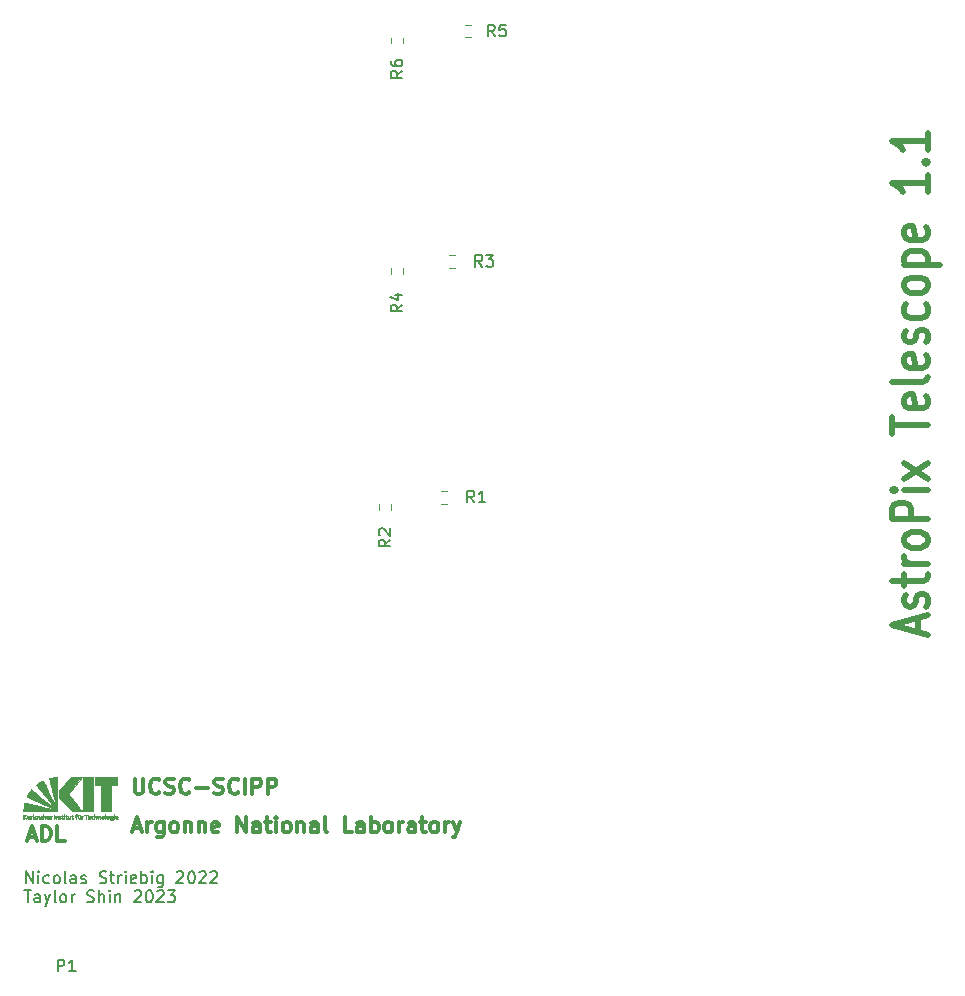
<source format=gbr>
%TF.GenerationSoftware,KiCad,Pcbnew,(6.0.10)*%
%TF.CreationDate,2023-01-21T08:13:49+09:00*%
%TF.ProjectId,AstroPix_telescope,41737472-6f50-4697-985f-74656c657363,1.1*%
%TF.SameCoordinates,Original*%
%TF.FileFunction,Legend,Top*%
%TF.FilePolarity,Positive*%
%FSLAX46Y46*%
G04 Gerber Fmt 4.6, Leading zero omitted, Abs format (unit mm)*
G04 Created by KiCad (PCBNEW (6.0.10)) date 2023-01-21 08:13:49*
%MOMM*%
%LPD*%
G01*
G04 APERTURE LIST*
%ADD10C,0.300000*%
%ADD11C,0.500000*%
%ADD12C,0.150000*%
%ADD13C,0.120000*%
%ADD14C,0.010000*%
G04 APERTURE END LIST*
D10*
X113695238Y-126466666D02*
X114314285Y-126466666D01*
X113571428Y-126838095D02*
X114004761Y-125538095D01*
X114438095Y-126838095D01*
X114871428Y-126838095D02*
X114871428Y-125971428D01*
X114871428Y-126219047D02*
X114933333Y-126095238D01*
X114995238Y-126033333D01*
X115119047Y-125971428D01*
X115242857Y-125971428D01*
X116233333Y-125971428D02*
X116233333Y-127023809D01*
X116171428Y-127147619D01*
X116109523Y-127209523D01*
X115985714Y-127271428D01*
X115800000Y-127271428D01*
X115676190Y-127209523D01*
X116233333Y-126776190D02*
X116109523Y-126838095D01*
X115861904Y-126838095D01*
X115738095Y-126776190D01*
X115676190Y-126714285D01*
X115614285Y-126590476D01*
X115614285Y-126219047D01*
X115676190Y-126095238D01*
X115738095Y-126033333D01*
X115861904Y-125971428D01*
X116109523Y-125971428D01*
X116233333Y-126033333D01*
X117038095Y-126838095D02*
X116914285Y-126776190D01*
X116852380Y-126714285D01*
X116790476Y-126590476D01*
X116790476Y-126219047D01*
X116852380Y-126095238D01*
X116914285Y-126033333D01*
X117038095Y-125971428D01*
X117223809Y-125971428D01*
X117347619Y-126033333D01*
X117409523Y-126095238D01*
X117471428Y-126219047D01*
X117471428Y-126590476D01*
X117409523Y-126714285D01*
X117347619Y-126776190D01*
X117223809Y-126838095D01*
X117038095Y-126838095D01*
X118028571Y-125971428D02*
X118028571Y-126838095D01*
X118028571Y-126095238D02*
X118090476Y-126033333D01*
X118214285Y-125971428D01*
X118400000Y-125971428D01*
X118523809Y-126033333D01*
X118585714Y-126157142D01*
X118585714Y-126838095D01*
X119204761Y-125971428D02*
X119204761Y-126838095D01*
X119204761Y-126095238D02*
X119266666Y-126033333D01*
X119390476Y-125971428D01*
X119576190Y-125971428D01*
X119700000Y-126033333D01*
X119761904Y-126157142D01*
X119761904Y-126838095D01*
X120876190Y-126776190D02*
X120752380Y-126838095D01*
X120504761Y-126838095D01*
X120380952Y-126776190D01*
X120319047Y-126652380D01*
X120319047Y-126157142D01*
X120380952Y-126033333D01*
X120504761Y-125971428D01*
X120752380Y-125971428D01*
X120876190Y-126033333D01*
X120938095Y-126157142D01*
X120938095Y-126280952D01*
X120319047Y-126404761D01*
X122485714Y-126838095D02*
X122485714Y-125538095D01*
X123228571Y-126838095D01*
X123228571Y-125538095D01*
X124404761Y-126838095D02*
X124404761Y-126157142D01*
X124342857Y-126033333D01*
X124219047Y-125971428D01*
X123971428Y-125971428D01*
X123847619Y-126033333D01*
X124404761Y-126776190D02*
X124280952Y-126838095D01*
X123971428Y-126838095D01*
X123847619Y-126776190D01*
X123785714Y-126652380D01*
X123785714Y-126528571D01*
X123847619Y-126404761D01*
X123971428Y-126342857D01*
X124280952Y-126342857D01*
X124404761Y-126280952D01*
X124838095Y-125971428D02*
X125333333Y-125971428D01*
X125023809Y-125538095D02*
X125023809Y-126652380D01*
X125085714Y-126776190D01*
X125209523Y-126838095D01*
X125333333Y-126838095D01*
X125766666Y-126838095D02*
X125766666Y-125971428D01*
X125766666Y-125538095D02*
X125704761Y-125600000D01*
X125766666Y-125661904D01*
X125828571Y-125600000D01*
X125766666Y-125538095D01*
X125766666Y-125661904D01*
X126571428Y-126838095D02*
X126447619Y-126776190D01*
X126385714Y-126714285D01*
X126323809Y-126590476D01*
X126323809Y-126219047D01*
X126385714Y-126095238D01*
X126447619Y-126033333D01*
X126571428Y-125971428D01*
X126757142Y-125971428D01*
X126880952Y-126033333D01*
X126942857Y-126095238D01*
X127004761Y-126219047D01*
X127004761Y-126590476D01*
X126942857Y-126714285D01*
X126880952Y-126776190D01*
X126757142Y-126838095D01*
X126571428Y-126838095D01*
X127561904Y-125971428D02*
X127561904Y-126838095D01*
X127561904Y-126095238D02*
X127623809Y-126033333D01*
X127747619Y-125971428D01*
X127933333Y-125971428D01*
X128057142Y-126033333D01*
X128119047Y-126157142D01*
X128119047Y-126838095D01*
X129295238Y-126838095D02*
X129295238Y-126157142D01*
X129233333Y-126033333D01*
X129109523Y-125971428D01*
X128861904Y-125971428D01*
X128738095Y-126033333D01*
X129295238Y-126776190D02*
X129171428Y-126838095D01*
X128861904Y-126838095D01*
X128738095Y-126776190D01*
X128676190Y-126652380D01*
X128676190Y-126528571D01*
X128738095Y-126404761D01*
X128861904Y-126342857D01*
X129171428Y-126342857D01*
X129295238Y-126280952D01*
X130100000Y-126838095D02*
X129976190Y-126776190D01*
X129914285Y-126652380D01*
X129914285Y-125538095D01*
X132204761Y-126838095D02*
X131585714Y-126838095D01*
X131585714Y-125538095D01*
X133195238Y-126838095D02*
X133195238Y-126157142D01*
X133133333Y-126033333D01*
X133009523Y-125971428D01*
X132761904Y-125971428D01*
X132638095Y-126033333D01*
X133195238Y-126776190D02*
X133071428Y-126838095D01*
X132761904Y-126838095D01*
X132638095Y-126776190D01*
X132576190Y-126652380D01*
X132576190Y-126528571D01*
X132638095Y-126404761D01*
X132761904Y-126342857D01*
X133071428Y-126342857D01*
X133195238Y-126280952D01*
X133814285Y-126838095D02*
X133814285Y-125538095D01*
X133814285Y-126033333D02*
X133938095Y-125971428D01*
X134185714Y-125971428D01*
X134309523Y-126033333D01*
X134371428Y-126095238D01*
X134433333Y-126219047D01*
X134433333Y-126590476D01*
X134371428Y-126714285D01*
X134309523Y-126776190D01*
X134185714Y-126838095D01*
X133938095Y-126838095D01*
X133814285Y-126776190D01*
X135176190Y-126838095D02*
X135052380Y-126776190D01*
X134990476Y-126714285D01*
X134928571Y-126590476D01*
X134928571Y-126219047D01*
X134990476Y-126095238D01*
X135052380Y-126033333D01*
X135176190Y-125971428D01*
X135361904Y-125971428D01*
X135485714Y-126033333D01*
X135547619Y-126095238D01*
X135609523Y-126219047D01*
X135609523Y-126590476D01*
X135547619Y-126714285D01*
X135485714Y-126776190D01*
X135361904Y-126838095D01*
X135176190Y-126838095D01*
X136166666Y-126838095D02*
X136166666Y-125971428D01*
X136166666Y-126219047D02*
X136228571Y-126095238D01*
X136290476Y-126033333D01*
X136414285Y-125971428D01*
X136538095Y-125971428D01*
X137528571Y-126838095D02*
X137528571Y-126157142D01*
X137466666Y-126033333D01*
X137342857Y-125971428D01*
X137095238Y-125971428D01*
X136971428Y-126033333D01*
X137528571Y-126776190D02*
X137404761Y-126838095D01*
X137095238Y-126838095D01*
X136971428Y-126776190D01*
X136909523Y-126652380D01*
X136909523Y-126528571D01*
X136971428Y-126404761D01*
X137095238Y-126342857D01*
X137404761Y-126342857D01*
X137528571Y-126280952D01*
X137961904Y-125971428D02*
X138457142Y-125971428D01*
X138147619Y-125538095D02*
X138147619Y-126652380D01*
X138209523Y-126776190D01*
X138333333Y-126838095D01*
X138457142Y-126838095D01*
X139076190Y-126838095D02*
X138952380Y-126776190D01*
X138890476Y-126714285D01*
X138828571Y-126590476D01*
X138828571Y-126219047D01*
X138890476Y-126095238D01*
X138952380Y-126033333D01*
X139076190Y-125971428D01*
X139261904Y-125971428D01*
X139385714Y-126033333D01*
X139447619Y-126095238D01*
X139509523Y-126219047D01*
X139509523Y-126590476D01*
X139447619Y-126714285D01*
X139385714Y-126776190D01*
X139261904Y-126838095D01*
X139076190Y-126838095D01*
X140066666Y-126838095D02*
X140066666Y-125971428D01*
X140066666Y-126219047D02*
X140128571Y-126095238D01*
X140190476Y-126033333D01*
X140314285Y-125971428D01*
X140438095Y-125971428D01*
X140747619Y-125971428D02*
X141057142Y-126838095D01*
X141366666Y-125971428D02*
X141057142Y-126838095D01*
X140933333Y-127147619D01*
X140871428Y-127209523D01*
X140747619Y-127271428D01*
D11*
X180085000Y-109880952D02*
X180085000Y-108690476D01*
X180942142Y-110119047D02*
X177942142Y-109285714D01*
X180942142Y-108452380D01*
X180799285Y-107738095D02*
X180942142Y-107500000D01*
X180942142Y-107023809D01*
X180799285Y-106785714D01*
X180513571Y-106666666D01*
X180370714Y-106666666D01*
X180085000Y-106785714D01*
X179942142Y-107023809D01*
X179942142Y-107380952D01*
X179799285Y-107619047D01*
X179513571Y-107738095D01*
X179370714Y-107738095D01*
X179085000Y-107619047D01*
X178942142Y-107380952D01*
X178942142Y-107023809D01*
X179085000Y-106785714D01*
X178942142Y-105952380D02*
X178942142Y-105000000D01*
X177942142Y-105595238D02*
X180513571Y-105595238D01*
X180799285Y-105476190D01*
X180942142Y-105238095D01*
X180942142Y-105000000D01*
X180942142Y-104166666D02*
X178942142Y-104166666D01*
X179513571Y-104166666D02*
X179227857Y-104047619D01*
X179085000Y-103928571D01*
X178942142Y-103690476D01*
X178942142Y-103452380D01*
X180942142Y-102261904D02*
X180799285Y-102500000D01*
X180656428Y-102619047D01*
X180370714Y-102738095D01*
X179513571Y-102738095D01*
X179227857Y-102619047D01*
X179085000Y-102500000D01*
X178942142Y-102261904D01*
X178942142Y-101904761D01*
X179085000Y-101666666D01*
X179227857Y-101547619D01*
X179513571Y-101428571D01*
X180370714Y-101428571D01*
X180656428Y-101547619D01*
X180799285Y-101666666D01*
X180942142Y-101904761D01*
X180942142Y-102261904D01*
X180942142Y-100357142D02*
X177942142Y-100357142D01*
X177942142Y-99404761D01*
X178085000Y-99166666D01*
X178227857Y-99047619D01*
X178513571Y-98928571D01*
X178942142Y-98928571D01*
X179227857Y-99047619D01*
X179370714Y-99166666D01*
X179513571Y-99404761D01*
X179513571Y-100357142D01*
X180942142Y-97857142D02*
X178942142Y-97857142D01*
X177942142Y-97857142D02*
X178085000Y-97976190D01*
X178227857Y-97857142D01*
X178085000Y-97738095D01*
X177942142Y-97857142D01*
X178227857Y-97857142D01*
X180942142Y-96904761D02*
X178942142Y-95595238D01*
X178942142Y-96904761D02*
X180942142Y-95595238D01*
X177942142Y-93095238D02*
X177942142Y-91666666D01*
X180942142Y-92380952D02*
X177942142Y-92380952D01*
X180799285Y-89880952D02*
X180942142Y-90119047D01*
X180942142Y-90595238D01*
X180799285Y-90833333D01*
X180513571Y-90952380D01*
X179370714Y-90952380D01*
X179085000Y-90833333D01*
X178942142Y-90595238D01*
X178942142Y-90119047D01*
X179085000Y-89880952D01*
X179370714Y-89761904D01*
X179656428Y-89761904D01*
X179942142Y-90952380D01*
X180942142Y-88333333D02*
X180799285Y-88571428D01*
X180513571Y-88690476D01*
X177942142Y-88690476D01*
X180799285Y-86428571D02*
X180942142Y-86666666D01*
X180942142Y-87142857D01*
X180799285Y-87380952D01*
X180513571Y-87500000D01*
X179370714Y-87500000D01*
X179085000Y-87380952D01*
X178942142Y-87142857D01*
X178942142Y-86666666D01*
X179085000Y-86428571D01*
X179370714Y-86309523D01*
X179656428Y-86309523D01*
X179942142Y-87500000D01*
X180799285Y-85357142D02*
X180942142Y-85119047D01*
X180942142Y-84642857D01*
X180799285Y-84404761D01*
X180513571Y-84285714D01*
X180370714Y-84285714D01*
X180085000Y-84404761D01*
X179942142Y-84642857D01*
X179942142Y-85000000D01*
X179799285Y-85238095D01*
X179513571Y-85357142D01*
X179370714Y-85357142D01*
X179085000Y-85238095D01*
X178942142Y-85000000D01*
X178942142Y-84642857D01*
X179085000Y-84404761D01*
X180799285Y-82142857D02*
X180942142Y-82380952D01*
X180942142Y-82857142D01*
X180799285Y-83095238D01*
X180656428Y-83214285D01*
X180370714Y-83333333D01*
X179513571Y-83333333D01*
X179227857Y-83214285D01*
X179085000Y-83095238D01*
X178942142Y-82857142D01*
X178942142Y-82380952D01*
X179085000Y-82142857D01*
X180942142Y-80714285D02*
X180799285Y-80952380D01*
X180656428Y-81071428D01*
X180370714Y-81190476D01*
X179513571Y-81190476D01*
X179227857Y-81071428D01*
X179085000Y-80952380D01*
X178942142Y-80714285D01*
X178942142Y-80357142D01*
X179085000Y-80119047D01*
X179227857Y-80000000D01*
X179513571Y-79880952D01*
X180370714Y-79880952D01*
X180656428Y-80000000D01*
X180799285Y-80119047D01*
X180942142Y-80357142D01*
X180942142Y-80714285D01*
X178942142Y-78809523D02*
X181942142Y-78809523D01*
X179085000Y-78809523D02*
X178942142Y-78571428D01*
X178942142Y-78095238D01*
X179085000Y-77857142D01*
X179227857Y-77738095D01*
X179513571Y-77619047D01*
X180370714Y-77619047D01*
X180656428Y-77738095D01*
X180799285Y-77857142D01*
X180942142Y-78095238D01*
X180942142Y-78571428D01*
X180799285Y-78809523D01*
X180799285Y-75595238D02*
X180942142Y-75833333D01*
X180942142Y-76309523D01*
X180799285Y-76547619D01*
X180513571Y-76666666D01*
X179370714Y-76666666D01*
X179085000Y-76547619D01*
X178942142Y-76309523D01*
X178942142Y-75833333D01*
X179085000Y-75595238D01*
X179370714Y-75476190D01*
X179656428Y-75476190D01*
X179942142Y-76666666D01*
X180942142Y-71190476D02*
X180942142Y-72619047D01*
X180942142Y-71904761D02*
X177942142Y-71904761D01*
X178370714Y-72142857D01*
X178656428Y-72380952D01*
X178799285Y-72619047D01*
X180656428Y-70119047D02*
X180799285Y-70000000D01*
X180942142Y-70119047D01*
X180799285Y-70238095D01*
X180656428Y-70119047D01*
X180942142Y-70119047D01*
X180942142Y-67619047D02*
X180942142Y-69047619D01*
X180942142Y-68333333D02*
X177942142Y-68333333D01*
X178370714Y-68571428D01*
X178656428Y-68809523D01*
X178799285Y-69047619D01*
D10*
X113776190Y-122288095D02*
X113776190Y-123340476D01*
X113838095Y-123464285D01*
X113900000Y-123526190D01*
X114023809Y-123588095D01*
X114271428Y-123588095D01*
X114395238Y-123526190D01*
X114457142Y-123464285D01*
X114519047Y-123340476D01*
X114519047Y-122288095D01*
X115880952Y-123464285D02*
X115819047Y-123526190D01*
X115633333Y-123588095D01*
X115509523Y-123588095D01*
X115323809Y-123526190D01*
X115200000Y-123402380D01*
X115138095Y-123278571D01*
X115076190Y-123030952D01*
X115076190Y-122845238D01*
X115138095Y-122597619D01*
X115200000Y-122473809D01*
X115323809Y-122350000D01*
X115509523Y-122288095D01*
X115633333Y-122288095D01*
X115819047Y-122350000D01*
X115880952Y-122411904D01*
X116376190Y-123526190D02*
X116561904Y-123588095D01*
X116871428Y-123588095D01*
X116995238Y-123526190D01*
X117057142Y-123464285D01*
X117119047Y-123340476D01*
X117119047Y-123216666D01*
X117057142Y-123092857D01*
X116995238Y-123030952D01*
X116871428Y-122969047D01*
X116623809Y-122907142D01*
X116500000Y-122845238D01*
X116438095Y-122783333D01*
X116376190Y-122659523D01*
X116376190Y-122535714D01*
X116438095Y-122411904D01*
X116500000Y-122350000D01*
X116623809Y-122288095D01*
X116933333Y-122288095D01*
X117119047Y-122350000D01*
X118419047Y-123464285D02*
X118357142Y-123526190D01*
X118171428Y-123588095D01*
X118047619Y-123588095D01*
X117861904Y-123526190D01*
X117738095Y-123402380D01*
X117676190Y-123278571D01*
X117614285Y-123030952D01*
X117614285Y-122845238D01*
X117676190Y-122597619D01*
X117738095Y-122473809D01*
X117861904Y-122350000D01*
X118047619Y-122288095D01*
X118171428Y-122288095D01*
X118357142Y-122350000D01*
X118419047Y-122411904D01*
X118976190Y-123092857D02*
X119966666Y-123092857D01*
X120523809Y-123526190D02*
X120709523Y-123588095D01*
X121019047Y-123588095D01*
X121142857Y-123526190D01*
X121204761Y-123464285D01*
X121266666Y-123340476D01*
X121266666Y-123216666D01*
X121204761Y-123092857D01*
X121142857Y-123030952D01*
X121019047Y-122969047D01*
X120771428Y-122907142D01*
X120647619Y-122845238D01*
X120585714Y-122783333D01*
X120523809Y-122659523D01*
X120523809Y-122535714D01*
X120585714Y-122411904D01*
X120647619Y-122350000D01*
X120771428Y-122288095D01*
X121080952Y-122288095D01*
X121266666Y-122350000D01*
X122566666Y-123464285D02*
X122504761Y-123526190D01*
X122319047Y-123588095D01*
X122195238Y-123588095D01*
X122009523Y-123526190D01*
X121885714Y-123402380D01*
X121823809Y-123278571D01*
X121761904Y-123030952D01*
X121761904Y-122845238D01*
X121823809Y-122597619D01*
X121885714Y-122473809D01*
X122009523Y-122350000D01*
X122195238Y-122288095D01*
X122319047Y-122288095D01*
X122504761Y-122350000D01*
X122566666Y-122411904D01*
X123123809Y-123588095D02*
X123123809Y-122288095D01*
X123742857Y-123588095D02*
X123742857Y-122288095D01*
X124238095Y-122288095D01*
X124361904Y-122350000D01*
X124423809Y-122411904D01*
X124485714Y-122535714D01*
X124485714Y-122721428D01*
X124423809Y-122845238D01*
X124361904Y-122907142D01*
X124238095Y-122969047D01*
X123742857Y-122969047D01*
X125042857Y-123588095D02*
X125042857Y-122288095D01*
X125538095Y-122288095D01*
X125661904Y-122350000D01*
X125723809Y-122411904D01*
X125785714Y-122535714D01*
X125785714Y-122721428D01*
X125723809Y-122845238D01*
X125661904Y-122907142D01*
X125538095Y-122969047D01*
X125042857Y-122969047D01*
D12*
X104585595Y-131147380D02*
X104585595Y-130147380D01*
X105157023Y-131147380D01*
X105157023Y-130147380D01*
X105633214Y-131147380D02*
X105633214Y-130480714D01*
X105633214Y-130147380D02*
X105585595Y-130195000D01*
X105633214Y-130242619D01*
X105680833Y-130195000D01*
X105633214Y-130147380D01*
X105633214Y-130242619D01*
X106537976Y-131099761D02*
X106442738Y-131147380D01*
X106252261Y-131147380D01*
X106157023Y-131099761D01*
X106109404Y-131052142D01*
X106061785Y-130956904D01*
X106061785Y-130671190D01*
X106109404Y-130575952D01*
X106157023Y-130528333D01*
X106252261Y-130480714D01*
X106442738Y-130480714D01*
X106537976Y-130528333D01*
X107109404Y-131147380D02*
X107014166Y-131099761D01*
X106966547Y-131052142D01*
X106918928Y-130956904D01*
X106918928Y-130671190D01*
X106966547Y-130575952D01*
X107014166Y-130528333D01*
X107109404Y-130480714D01*
X107252261Y-130480714D01*
X107347500Y-130528333D01*
X107395119Y-130575952D01*
X107442738Y-130671190D01*
X107442738Y-130956904D01*
X107395119Y-131052142D01*
X107347500Y-131099761D01*
X107252261Y-131147380D01*
X107109404Y-131147380D01*
X108014166Y-131147380D02*
X107918928Y-131099761D01*
X107871309Y-131004523D01*
X107871309Y-130147380D01*
X108823690Y-131147380D02*
X108823690Y-130623571D01*
X108776071Y-130528333D01*
X108680833Y-130480714D01*
X108490357Y-130480714D01*
X108395119Y-130528333D01*
X108823690Y-131099761D02*
X108728452Y-131147380D01*
X108490357Y-131147380D01*
X108395119Y-131099761D01*
X108347500Y-131004523D01*
X108347500Y-130909285D01*
X108395119Y-130814047D01*
X108490357Y-130766428D01*
X108728452Y-130766428D01*
X108823690Y-130718809D01*
X109252261Y-131099761D02*
X109347500Y-131147380D01*
X109537976Y-131147380D01*
X109633214Y-131099761D01*
X109680833Y-131004523D01*
X109680833Y-130956904D01*
X109633214Y-130861666D01*
X109537976Y-130814047D01*
X109395119Y-130814047D01*
X109299880Y-130766428D01*
X109252261Y-130671190D01*
X109252261Y-130623571D01*
X109299880Y-130528333D01*
X109395119Y-130480714D01*
X109537976Y-130480714D01*
X109633214Y-130528333D01*
X110823690Y-131099761D02*
X110966547Y-131147380D01*
X111204642Y-131147380D01*
X111299880Y-131099761D01*
X111347500Y-131052142D01*
X111395119Y-130956904D01*
X111395119Y-130861666D01*
X111347500Y-130766428D01*
X111299880Y-130718809D01*
X111204642Y-130671190D01*
X111014166Y-130623571D01*
X110918928Y-130575952D01*
X110871309Y-130528333D01*
X110823690Y-130433095D01*
X110823690Y-130337857D01*
X110871309Y-130242619D01*
X110918928Y-130195000D01*
X111014166Y-130147380D01*
X111252261Y-130147380D01*
X111395119Y-130195000D01*
X111680833Y-130480714D02*
X112061785Y-130480714D01*
X111823690Y-130147380D02*
X111823690Y-131004523D01*
X111871309Y-131099761D01*
X111966547Y-131147380D01*
X112061785Y-131147380D01*
X112395119Y-131147380D02*
X112395119Y-130480714D01*
X112395119Y-130671190D02*
X112442738Y-130575952D01*
X112490357Y-130528333D01*
X112585595Y-130480714D01*
X112680833Y-130480714D01*
X113014166Y-131147380D02*
X113014166Y-130480714D01*
X113014166Y-130147380D02*
X112966547Y-130195000D01*
X113014166Y-130242619D01*
X113061785Y-130195000D01*
X113014166Y-130147380D01*
X113014166Y-130242619D01*
X113871309Y-131099761D02*
X113776071Y-131147380D01*
X113585595Y-131147380D01*
X113490357Y-131099761D01*
X113442738Y-131004523D01*
X113442738Y-130623571D01*
X113490357Y-130528333D01*
X113585595Y-130480714D01*
X113776071Y-130480714D01*
X113871309Y-130528333D01*
X113918928Y-130623571D01*
X113918928Y-130718809D01*
X113442738Y-130814047D01*
X114347500Y-131147380D02*
X114347500Y-130147380D01*
X114347500Y-130528333D02*
X114442738Y-130480714D01*
X114633214Y-130480714D01*
X114728452Y-130528333D01*
X114776071Y-130575952D01*
X114823690Y-130671190D01*
X114823690Y-130956904D01*
X114776071Y-131052142D01*
X114728452Y-131099761D01*
X114633214Y-131147380D01*
X114442738Y-131147380D01*
X114347500Y-131099761D01*
X115252261Y-131147380D02*
X115252261Y-130480714D01*
X115252261Y-130147380D02*
X115204642Y-130195000D01*
X115252261Y-130242619D01*
X115299880Y-130195000D01*
X115252261Y-130147380D01*
X115252261Y-130242619D01*
X116157023Y-130480714D02*
X116157023Y-131290238D01*
X116109404Y-131385476D01*
X116061785Y-131433095D01*
X115966547Y-131480714D01*
X115823690Y-131480714D01*
X115728452Y-131433095D01*
X116157023Y-131099761D02*
X116061785Y-131147380D01*
X115871309Y-131147380D01*
X115776071Y-131099761D01*
X115728452Y-131052142D01*
X115680833Y-130956904D01*
X115680833Y-130671190D01*
X115728452Y-130575952D01*
X115776071Y-130528333D01*
X115871309Y-130480714D01*
X116061785Y-130480714D01*
X116157023Y-130528333D01*
X117347500Y-130242619D02*
X117395119Y-130195000D01*
X117490357Y-130147380D01*
X117728452Y-130147380D01*
X117823690Y-130195000D01*
X117871309Y-130242619D01*
X117918928Y-130337857D01*
X117918928Y-130433095D01*
X117871309Y-130575952D01*
X117299880Y-131147380D01*
X117918928Y-131147380D01*
X118537976Y-130147380D02*
X118633214Y-130147380D01*
X118728452Y-130195000D01*
X118776071Y-130242619D01*
X118823690Y-130337857D01*
X118871309Y-130528333D01*
X118871309Y-130766428D01*
X118823690Y-130956904D01*
X118776071Y-131052142D01*
X118728452Y-131099761D01*
X118633214Y-131147380D01*
X118537976Y-131147380D01*
X118442738Y-131099761D01*
X118395119Y-131052142D01*
X118347500Y-130956904D01*
X118299880Y-130766428D01*
X118299880Y-130528333D01*
X118347500Y-130337857D01*
X118395119Y-130242619D01*
X118442738Y-130195000D01*
X118537976Y-130147380D01*
X119252261Y-130242619D02*
X119299880Y-130195000D01*
X119395119Y-130147380D01*
X119633214Y-130147380D01*
X119728452Y-130195000D01*
X119776071Y-130242619D01*
X119823690Y-130337857D01*
X119823690Y-130433095D01*
X119776071Y-130575952D01*
X119204642Y-131147380D01*
X119823690Y-131147380D01*
X120204642Y-130242619D02*
X120252261Y-130195000D01*
X120347500Y-130147380D01*
X120585595Y-130147380D01*
X120680833Y-130195000D01*
X120728452Y-130242619D01*
X120776071Y-130337857D01*
X120776071Y-130433095D01*
X120728452Y-130575952D01*
X120157023Y-131147380D01*
X120776071Y-131147380D01*
X104442738Y-131757380D02*
X105014166Y-131757380D01*
X104728452Y-132757380D02*
X104728452Y-131757380D01*
X105776071Y-132757380D02*
X105776071Y-132233571D01*
X105728452Y-132138333D01*
X105633214Y-132090714D01*
X105442738Y-132090714D01*
X105347500Y-132138333D01*
X105776071Y-132709761D02*
X105680833Y-132757380D01*
X105442738Y-132757380D01*
X105347500Y-132709761D01*
X105299880Y-132614523D01*
X105299880Y-132519285D01*
X105347500Y-132424047D01*
X105442738Y-132376428D01*
X105680833Y-132376428D01*
X105776071Y-132328809D01*
X106157023Y-132090714D02*
X106395119Y-132757380D01*
X106633214Y-132090714D02*
X106395119Y-132757380D01*
X106299880Y-132995476D01*
X106252261Y-133043095D01*
X106157023Y-133090714D01*
X107157023Y-132757380D02*
X107061785Y-132709761D01*
X107014166Y-132614523D01*
X107014166Y-131757380D01*
X107680833Y-132757380D02*
X107585595Y-132709761D01*
X107537976Y-132662142D01*
X107490357Y-132566904D01*
X107490357Y-132281190D01*
X107537976Y-132185952D01*
X107585595Y-132138333D01*
X107680833Y-132090714D01*
X107823690Y-132090714D01*
X107918928Y-132138333D01*
X107966547Y-132185952D01*
X108014166Y-132281190D01*
X108014166Y-132566904D01*
X107966547Y-132662142D01*
X107918928Y-132709761D01*
X107823690Y-132757380D01*
X107680833Y-132757380D01*
X108442738Y-132757380D02*
X108442738Y-132090714D01*
X108442738Y-132281190D02*
X108490357Y-132185952D01*
X108537976Y-132138333D01*
X108633214Y-132090714D01*
X108728452Y-132090714D01*
X109776071Y-132709761D02*
X109918928Y-132757380D01*
X110157023Y-132757380D01*
X110252261Y-132709761D01*
X110299880Y-132662142D01*
X110347500Y-132566904D01*
X110347500Y-132471666D01*
X110299880Y-132376428D01*
X110252261Y-132328809D01*
X110157023Y-132281190D01*
X109966547Y-132233571D01*
X109871309Y-132185952D01*
X109823690Y-132138333D01*
X109776071Y-132043095D01*
X109776071Y-131947857D01*
X109823690Y-131852619D01*
X109871309Y-131805000D01*
X109966547Y-131757380D01*
X110204642Y-131757380D01*
X110347500Y-131805000D01*
X110776071Y-132757380D02*
X110776071Y-131757380D01*
X111204642Y-132757380D02*
X111204642Y-132233571D01*
X111157023Y-132138333D01*
X111061785Y-132090714D01*
X110918928Y-132090714D01*
X110823690Y-132138333D01*
X110776071Y-132185952D01*
X111680833Y-132757380D02*
X111680833Y-132090714D01*
X111680833Y-131757380D02*
X111633214Y-131805000D01*
X111680833Y-131852619D01*
X111728452Y-131805000D01*
X111680833Y-131757380D01*
X111680833Y-131852619D01*
X112157023Y-132090714D02*
X112157023Y-132757380D01*
X112157023Y-132185952D02*
X112204642Y-132138333D01*
X112299880Y-132090714D01*
X112442738Y-132090714D01*
X112537976Y-132138333D01*
X112585595Y-132233571D01*
X112585595Y-132757380D01*
X113776071Y-131852619D02*
X113823690Y-131805000D01*
X113918928Y-131757380D01*
X114157023Y-131757380D01*
X114252261Y-131805000D01*
X114299880Y-131852619D01*
X114347500Y-131947857D01*
X114347500Y-132043095D01*
X114299880Y-132185952D01*
X113728452Y-132757380D01*
X114347500Y-132757380D01*
X114966547Y-131757380D02*
X115061785Y-131757380D01*
X115157023Y-131805000D01*
X115204642Y-131852619D01*
X115252261Y-131947857D01*
X115299880Y-132138333D01*
X115299880Y-132376428D01*
X115252261Y-132566904D01*
X115204642Y-132662142D01*
X115157023Y-132709761D01*
X115061785Y-132757380D01*
X114966547Y-132757380D01*
X114871309Y-132709761D01*
X114823690Y-132662142D01*
X114776071Y-132566904D01*
X114728452Y-132376428D01*
X114728452Y-132138333D01*
X114776071Y-131947857D01*
X114823690Y-131852619D01*
X114871309Y-131805000D01*
X114966547Y-131757380D01*
X115680833Y-131852619D02*
X115728452Y-131805000D01*
X115823690Y-131757380D01*
X116061785Y-131757380D01*
X116157023Y-131805000D01*
X116204642Y-131852619D01*
X116252261Y-131947857D01*
X116252261Y-132043095D01*
X116204642Y-132185952D01*
X115633214Y-132757380D01*
X116252261Y-132757380D01*
X116585595Y-131757380D02*
X117204642Y-131757380D01*
X116871309Y-132138333D01*
X117014166Y-132138333D01*
X117109404Y-132185952D01*
X117157023Y-132233571D01*
X117204642Y-132328809D01*
X117204642Y-132566904D01*
X117157023Y-132662142D01*
X117109404Y-132709761D01*
X117014166Y-132757380D01*
X116728452Y-132757380D01*
X116633214Y-132709761D01*
X116585595Y-132662142D01*
D10*
X104764285Y-127216666D02*
X105383333Y-127216666D01*
X104640476Y-127588095D02*
X105073809Y-126288095D01*
X105507142Y-127588095D01*
X105940476Y-127588095D02*
X105940476Y-126288095D01*
X106250000Y-126288095D01*
X106435714Y-126350000D01*
X106559523Y-126473809D01*
X106621428Y-126597619D01*
X106683333Y-126845238D01*
X106683333Y-127030952D01*
X106621428Y-127278571D01*
X106559523Y-127402380D01*
X106435714Y-127526190D01*
X106250000Y-127588095D01*
X105940476Y-127588095D01*
X107859523Y-127588095D02*
X107240476Y-127588095D01*
X107240476Y-126288095D01*
D12*
%TO.C,P1*%
X107261904Y-138617380D02*
X107261904Y-137617380D01*
X107642857Y-137617380D01*
X107738095Y-137665000D01*
X107785714Y-137712619D01*
X107833333Y-137807857D01*
X107833333Y-137950714D01*
X107785714Y-138045952D01*
X107738095Y-138093571D01*
X107642857Y-138141190D01*
X107261904Y-138141190D01*
X108785714Y-138617380D02*
X108214285Y-138617380D01*
X108500000Y-138617380D02*
X108500000Y-137617380D01*
X108404761Y-137760238D01*
X108309523Y-137855476D01*
X108214285Y-137903095D01*
%TO.C,R1*%
X142533333Y-98902380D02*
X142200000Y-98426190D01*
X141961904Y-98902380D02*
X141961904Y-97902380D01*
X142342857Y-97902380D01*
X142438095Y-97950000D01*
X142485714Y-97997619D01*
X142533333Y-98092857D01*
X142533333Y-98235714D01*
X142485714Y-98330952D01*
X142438095Y-98378571D01*
X142342857Y-98426190D01*
X141961904Y-98426190D01*
X143485714Y-98902380D02*
X142914285Y-98902380D01*
X143200000Y-98902380D02*
X143200000Y-97902380D01*
X143104761Y-98045238D01*
X143009523Y-98140476D01*
X142914285Y-98188095D01*
%TO.C,R6*%
X136452380Y-62366666D02*
X135976190Y-62700000D01*
X136452380Y-62938095D02*
X135452380Y-62938095D01*
X135452380Y-62557142D01*
X135500000Y-62461904D01*
X135547619Y-62414285D01*
X135642857Y-62366666D01*
X135785714Y-62366666D01*
X135880952Y-62414285D01*
X135928571Y-62461904D01*
X135976190Y-62557142D01*
X135976190Y-62938095D01*
X135452380Y-61509523D02*
X135452380Y-61700000D01*
X135500000Y-61795238D01*
X135547619Y-61842857D01*
X135690476Y-61938095D01*
X135880952Y-61985714D01*
X136261904Y-61985714D01*
X136357142Y-61938095D01*
X136404761Y-61890476D01*
X136452380Y-61795238D01*
X136452380Y-61604761D01*
X136404761Y-61509523D01*
X136357142Y-61461904D01*
X136261904Y-61414285D01*
X136023809Y-61414285D01*
X135928571Y-61461904D01*
X135880952Y-61509523D01*
X135833333Y-61604761D01*
X135833333Y-61795238D01*
X135880952Y-61890476D01*
X135928571Y-61938095D01*
X136023809Y-61985714D01*
%TO.C,R4*%
X136452380Y-82166666D02*
X135976190Y-82500000D01*
X136452380Y-82738095D02*
X135452380Y-82738095D01*
X135452380Y-82357142D01*
X135500000Y-82261904D01*
X135547619Y-82214285D01*
X135642857Y-82166666D01*
X135785714Y-82166666D01*
X135880952Y-82214285D01*
X135928571Y-82261904D01*
X135976190Y-82357142D01*
X135976190Y-82738095D01*
X135785714Y-81309523D02*
X136452380Y-81309523D01*
X135404761Y-81547619D02*
X136119047Y-81785714D01*
X136119047Y-81166666D01*
%TO.C,R3*%
X143208333Y-78952380D02*
X142875000Y-78476190D01*
X142636904Y-78952380D02*
X142636904Y-77952380D01*
X143017857Y-77952380D01*
X143113095Y-78000000D01*
X143160714Y-78047619D01*
X143208333Y-78142857D01*
X143208333Y-78285714D01*
X143160714Y-78380952D01*
X143113095Y-78428571D01*
X143017857Y-78476190D01*
X142636904Y-78476190D01*
X143541666Y-77952380D02*
X144160714Y-77952380D01*
X143827380Y-78333333D01*
X143970238Y-78333333D01*
X144065476Y-78380952D01*
X144113095Y-78428571D01*
X144160714Y-78523809D01*
X144160714Y-78761904D01*
X144113095Y-78857142D01*
X144065476Y-78904761D01*
X143970238Y-78952380D01*
X143684523Y-78952380D01*
X143589285Y-78904761D01*
X143541666Y-78857142D01*
%TO.C,R2*%
X135442380Y-102066666D02*
X134966190Y-102400000D01*
X135442380Y-102638095D02*
X134442380Y-102638095D01*
X134442380Y-102257142D01*
X134490000Y-102161904D01*
X134537619Y-102114285D01*
X134632857Y-102066666D01*
X134775714Y-102066666D01*
X134870952Y-102114285D01*
X134918571Y-102161904D01*
X134966190Y-102257142D01*
X134966190Y-102638095D01*
X134537619Y-101685714D02*
X134490000Y-101638095D01*
X134442380Y-101542857D01*
X134442380Y-101304761D01*
X134490000Y-101209523D01*
X134537619Y-101161904D01*
X134632857Y-101114285D01*
X134728095Y-101114285D01*
X134870952Y-101161904D01*
X135442380Y-101733333D01*
X135442380Y-101114285D01*
%TO.C,R5*%
X144283333Y-59452380D02*
X143950000Y-58976190D01*
X143711904Y-59452380D02*
X143711904Y-58452380D01*
X144092857Y-58452380D01*
X144188095Y-58500000D01*
X144235714Y-58547619D01*
X144283333Y-58642857D01*
X144283333Y-58785714D01*
X144235714Y-58880952D01*
X144188095Y-58928571D01*
X144092857Y-58976190D01*
X143711904Y-58976190D01*
X145188095Y-58452380D02*
X144711904Y-58452380D01*
X144664285Y-58928571D01*
X144711904Y-58880952D01*
X144807142Y-58833333D01*
X145045238Y-58833333D01*
X145140476Y-58880952D01*
X145188095Y-58928571D01*
X145235714Y-59023809D01*
X145235714Y-59261904D01*
X145188095Y-59357142D01*
X145140476Y-59404761D01*
X145045238Y-59452380D01*
X144807142Y-59452380D01*
X144711904Y-59404761D01*
X144664285Y-59357142D01*
D13*
%TO.C,R1*%
X139762742Y-99022500D02*
X140237258Y-99022500D01*
X139762742Y-97977500D02*
X140237258Y-97977500D01*
%TO.C,Logo1*%
G36*
X107661684Y-125392017D02*
G01*
X107664200Y-125407583D01*
X107683624Y-125449793D01*
X107695950Y-125458383D01*
X107714629Y-125475064D01*
X107695950Y-125488016D01*
X107671874Y-125520880D01*
X107663276Y-125575901D01*
X107669303Y-125632661D01*
X107689106Y-125670743D01*
X107703799Y-125676400D01*
X107730089Y-125688713D01*
X107727700Y-125701800D01*
X107702133Y-125723386D01*
X107657844Y-125715295D01*
X107645150Y-125710378D01*
X107624039Y-125678856D01*
X107613630Y-125618196D01*
X107613400Y-125607233D01*
X107599170Y-125525746D01*
X107568950Y-125483157D01*
X107538398Y-125457229D01*
X107549068Y-125449372D01*
X107568950Y-125448607D01*
X107606565Y-125430061D01*
X107613400Y-125409700D01*
X107627115Y-125375898D01*
X107638800Y-125371600D01*
X107661684Y-125392017D01*
G37*
D14*
X107661684Y-125392017D02*
X107664200Y-125407583D01*
X107683624Y-125449793D01*
X107695950Y-125458383D01*
X107714629Y-125475064D01*
X107695950Y-125488016D01*
X107671874Y-125520880D01*
X107663276Y-125575901D01*
X107669303Y-125632661D01*
X107689106Y-125670743D01*
X107703799Y-125676400D01*
X107730089Y-125688713D01*
X107727700Y-125701800D01*
X107702133Y-125723386D01*
X107657844Y-125715295D01*
X107645150Y-125710378D01*
X107624039Y-125678856D01*
X107613630Y-125618196D01*
X107613400Y-125607233D01*
X107599170Y-125525746D01*
X107568950Y-125483157D01*
X107538398Y-125457229D01*
X107549068Y-125449372D01*
X107568950Y-125448607D01*
X107606565Y-125430061D01*
X107613400Y-125409700D01*
X107627115Y-125375898D01*
X107638800Y-125371600D01*
X107661684Y-125392017D01*
G36*
X106959350Y-125352457D02*
G01*
X106979434Y-125384281D01*
X106993396Y-125460862D01*
X106998610Y-125532374D01*
X107000691Y-125624886D01*
X106995377Y-125677032D01*
X106980768Y-125698946D01*
X106966860Y-125701800D01*
X106945765Y-125692290D01*
X106933629Y-125657342D01*
X106928350Y-125587326D01*
X106927600Y-125521883D01*
X106930197Y-125423024D01*
X106938782Y-125368385D01*
X106954545Y-125351614D01*
X106959350Y-125352457D01*
G37*
X106959350Y-125352457D02*
X106979434Y-125384281D01*
X106993396Y-125460862D01*
X106998610Y-125532374D01*
X107000691Y-125624886D01*
X106995377Y-125677032D01*
X106980768Y-125698946D01*
X106966860Y-125701800D01*
X106945765Y-125692290D01*
X106933629Y-125657342D01*
X106928350Y-125587326D01*
X106927600Y-125521883D01*
X106930197Y-125423024D01*
X106938782Y-125368385D01*
X106954545Y-125351614D01*
X106959350Y-125352457D01*
G36*
X108499534Y-125392172D02*
G01*
X108502400Y-125409700D01*
X108522731Y-125443374D01*
X108540500Y-125447800D01*
X108574301Y-125461515D01*
X108578600Y-125473200D01*
X108558027Y-125495734D01*
X108540500Y-125498600D01*
X108512236Y-125518944D01*
X108502077Y-125566717D01*
X108509647Y-125622027D01*
X108534572Y-125664981D01*
X108543761Y-125671622D01*
X108567824Y-125696470D01*
X108562269Y-125708894D01*
X108523699Y-125709682D01*
X108495507Y-125698447D01*
X108460487Y-125651021D01*
X108451600Y-125588354D01*
X108443038Y-125526090D01*
X108422190Y-125489340D01*
X108419850Y-125488016D01*
X108401170Y-125471335D01*
X108419850Y-125458383D01*
X108449095Y-125422720D01*
X108451600Y-125407583D01*
X108466012Y-125375163D01*
X108477000Y-125371600D01*
X108499534Y-125392172D01*
G37*
X108499534Y-125392172D02*
X108502400Y-125409700D01*
X108522731Y-125443374D01*
X108540500Y-125447800D01*
X108574301Y-125461515D01*
X108578600Y-125473200D01*
X108558027Y-125495734D01*
X108540500Y-125498600D01*
X108512236Y-125518944D01*
X108502077Y-125566717D01*
X108509647Y-125622027D01*
X108534572Y-125664981D01*
X108543761Y-125671622D01*
X108567824Y-125696470D01*
X108562269Y-125708894D01*
X108523699Y-125709682D01*
X108495507Y-125698447D01*
X108460487Y-125651021D01*
X108451600Y-125588354D01*
X108443038Y-125526090D01*
X108422190Y-125489340D01*
X108419850Y-125488016D01*
X108401170Y-125471335D01*
X108419850Y-125458383D01*
X108449095Y-125422720D01*
X108451600Y-125407583D01*
X108466012Y-125375163D01*
X108477000Y-125371600D01*
X108499534Y-125392172D01*
G36*
X105076061Y-125458696D02*
G01*
X105098792Y-125474565D01*
X105098800Y-125474898D01*
X105078363Y-125496280D01*
X105062932Y-125498600D01*
X105034058Y-125522389D01*
X105012264Y-125587402D01*
X105009900Y-125600200D01*
X104991326Y-125673885D01*
X104971798Y-125698481D01*
X104955569Y-125675432D01*
X104946895Y-125606179D01*
X104946400Y-125578665D01*
X104948280Y-125504872D01*
X104959410Y-125468328D01*
X104988026Y-125455489D01*
X105022600Y-125453364D01*
X105076061Y-125458696D01*
G37*
X105076061Y-125458696D02*
X105098792Y-125474565D01*
X105098800Y-125474898D01*
X105078363Y-125496280D01*
X105062932Y-125498600D01*
X105034058Y-125522389D01*
X105012264Y-125587402D01*
X105009900Y-125600200D01*
X104991326Y-125673885D01*
X104971798Y-125698481D01*
X104955569Y-125675432D01*
X104946895Y-125606179D01*
X104946400Y-125578665D01*
X104948280Y-125504872D01*
X104959410Y-125468328D01*
X104988026Y-125455489D01*
X105022600Y-125453364D01*
X105076061Y-125458696D01*
G36*
X110936196Y-125508125D02*
G01*
X110987944Y-125465604D01*
X111054680Y-125447928D01*
X111120438Y-125458829D01*
X111169255Y-125502039D01*
X111174021Y-125511300D01*
X111187995Y-125589944D01*
X111163429Y-125657695D01*
X111110017Y-125702443D01*
X111037453Y-125712077D01*
X111017000Y-125707444D01*
X110958093Y-125667551D01*
X110920371Y-125602969D01*
X110915643Y-125573284D01*
X110991600Y-125573284D01*
X111005191Y-125643407D01*
X111038720Y-125677419D01*
X111081321Y-125670666D01*
X111117706Y-125627269D01*
X111140237Y-125578241D01*
X111134537Y-125546859D01*
X111105164Y-125514193D01*
X111054378Y-125487200D01*
X111012672Y-125504636D01*
X110992121Y-125560218D01*
X110991600Y-125573284D01*
X110915643Y-125573284D01*
X110915400Y-125571759D01*
X110936196Y-125508125D01*
G37*
X110936196Y-125508125D02*
X110987944Y-125465604D01*
X111054680Y-125447928D01*
X111120438Y-125458829D01*
X111169255Y-125502039D01*
X111174021Y-125511300D01*
X111187995Y-125589944D01*
X111163429Y-125657695D01*
X111110017Y-125702443D01*
X111037453Y-125712077D01*
X111017000Y-125707444D01*
X110958093Y-125667551D01*
X110920371Y-125602969D01*
X110915643Y-125573284D01*
X110991600Y-125573284D01*
X111005191Y-125643407D01*
X111038720Y-125677419D01*
X111081321Y-125670666D01*
X111117706Y-125627269D01*
X111140237Y-125578241D01*
X111134537Y-125546859D01*
X111105164Y-125514193D01*
X111054378Y-125487200D01*
X111012672Y-125504636D01*
X110992121Y-125560218D01*
X110991600Y-125573284D01*
X110915643Y-125573284D01*
X110915400Y-125571759D01*
X110936196Y-125508125D01*
G36*
X112047489Y-125470644D02*
G01*
X112056685Y-125529052D01*
X112058400Y-125574800D01*
X112053831Y-125647246D01*
X112042149Y-125693229D01*
X112033000Y-125701800D01*
X112018510Y-125678955D01*
X112009314Y-125620547D01*
X112007600Y-125574800D01*
X112012168Y-125502353D01*
X112023850Y-125456370D01*
X112033000Y-125447800D01*
X112047489Y-125470644D01*
G37*
X112047489Y-125470644D02*
X112056685Y-125529052D01*
X112058400Y-125574800D01*
X112053831Y-125647246D01*
X112042149Y-125693229D01*
X112033000Y-125701800D01*
X112018510Y-125678955D01*
X112009314Y-125620547D01*
X112007600Y-125574800D01*
X112012168Y-125502353D01*
X112023850Y-125456370D01*
X112033000Y-125447800D01*
X112047489Y-125470644D01*
G36*
X109734604Y-125350375D02*
G01*
X109785346Y-125361146D01*
X109797800Y-125371600D01*
X109776526Y-125392237D01*
X109747000Y-125397000D01*
X109718627Y-125402560D01*
X109703295Y-125426987D01*
X109697133Y-125481899D01*
X109696200Y-125549400D01*
X109692344Y-125630576D01*
X109682270Y-125685612D01*
X109670800Y-125701800D01*
X109657270Y-125678664D01*
X109648097Y-125618225D01*
X109645400Y-125549400D01*
X109644055Y-125464937D01*
X109636708Y-125419336D01*
X109618388Y-125400668D01*
X109584125Y-125397003D01*
X109581900Y-125397000D01*
X109534165Y-125388305D01*
X109518400Y-125371600D01*
X109541365Y-125357690D01*
X109600607Y-125348464D01*
X109658100Y-125346200D01*
X109734604Y-125350375D01*
G37*
X109734604Y-125350375D02*
X109785346Y-125361146D01*
X109797800Y-125371600D01*
X109776526Y-125392237D01*
X109747000Y-125397000D01*
X109718627Y-125402560D01*
X109703295Y-125426987D01*
X109697133Y-125481899D01*
X109696200Y-125549400D01*
X109692344Y-125630576D01*
X109682270Y-125685612D01*
X109670800Y-125701800D01*
X109657270Y-125678664D01*
X109648097Y-125618225D01*
X109645400Y-125549400D01*
X109644055Y-125464937D01*
X109636708Y-125419336D01*
X109618388Y-125400668D01*
X109584125Y-125397003D01*
X109581900Y-125397000D01*
X109534165Y-125388305D01*
X109518400Y-125371600D01*
X109541365Y-125357690D01*
X109600607Y-125348464D01*
X109658100Y-125346200D01*
X109734604Y-125350375D01*
G36*
X108743140Y-122884769D02*
G01*
X108591709Y-123073255D01*
X108469655Y-123226365D01*
X108374175Y-123348032D01*
X108302465Y-123442186D01*
X108251723Y-123512759D01*
X108219144Y-123563683D01*
X108201926Y-123598890D01*
X108197265Y-123622310D01*
X108202357Y-123637875D01*
X108204322Y-123640419D01*
X108229953Y-123671431D01*
X108282413Y-123735514D01*
X108357011Y-123826898D01*
X108449054Y-123939815D01*
X108553853Y-124068497D01*
X108666716Y-124207175D01*
X108782952Y-124350081D01*
X108897870Y-124491447D01*
X109006778Y-124625504D01*
X109104986Y-124746484D01*
X109187803Y-124848618D01*
X109250537Y-124926138D01*
X109288497Y-124973275D01*
X109297184Y-124984250D01*
X109296366Y-124996177D01*
X109269375Y-125004872D01*
X109210749Y-125010762D01*
X109115021Y-125014271D01*
X108976728Y-125015823D01*
X108889219Y-125016000D01*
X108457018Y-125016000D01*
X107410200Y-123895638D01*
X107411570Y-123585869D01*
X107412941Y-123276100D01*
X107913220Y-122724474D01*
X108413500Y-122172848D01*
X109317666Y-122171200D01*
X108743140Y-122884769D01*
G37*
X108743140Y-122884769D02*
X108591709Y-123073255D01*
X108469655Y-123226365D01*
X108374175Y-123348032D01*
X108302465Y-123442186D01*
X108251723Y-123512759D01*
X108219144Y-123563683D01*
X108201926Y-123598890D01*
X108197265Y-123622310D01*
X108202357Y-123637875D01*
X108204322Y-123640419D01*
X108229953Y-123671431D01*
X108282413Y-123735514D01*
X108357011Y-123826898D01*
X108449054Y-123939815D01*
X108553853Y-124068497D01*
X108666716Y-124207175D01*
X108782952Y-124350081D01*
X108897870Y-124491447D01*
X109006778Y-124625504D01*
X109104986Y-124746484D01*
X109187803Y-124848618D01*
X109250537Y-124926138D01*
X109288497Y-124973275D01*
X109297184Y-124984250D01*
X109296366Y-124996177D01*
X109269375Y-125004872D01*
X109210749Y-125010762D01*
X109115021Y-125014271D01*
X108976728Y-125015823D01*
X108889219Y-125016000D01*
X108457018Y-125016000D01*
X107410200Y-123895638D01*
X107411570Y-123585869D01*
X107412941Y-123276100D01*
X107913220Y-122724474D01*
X108413500Y-122172848D01*
X109317666Y-122171200D01*
X108743140Y-122884769D01*
G36*
X110243184Y-125455038D02*
G01*
X110255000Y-125470377D01*
X110234459Y-125488163D01*
X110214065Y-125489427D01*
X110167963Y-125505749D01*
X110144345Y-125530350D01*
X110131619Y-125588395D01*
X110161615Y-125641052D01*
X110226771Y-125675676D01*
X110232003Y-125676991D01*
X110272263Y-125689323D01*
X110266082Y-125701085D01*
X110246572Y-125709319D01*
X110208547Y-125723356D01*
X110184351Y-125721354D01*
X110149059Y-125698531D01*
X110133651Y-125687659D01*
X110090689Y-125631888D01*
X110077128Y-125559351D01*
X110095821Y-125493052D01*
X110107680Y-125478279D01*
X110148774Y-125456459D01*
X110201129Y-125448327D01*
X110243184Y-125455038D01*
G37*
X110243184Y-125455038D02*
X110255000Y-125470377D01*
X110234459Y-125488163D01*
X110214065Y-125489427D01*
X110167963Y-125505749D01*
X110144345Y-125530350D01*
X110131619Y-125588395D01*
X110161615Y-125641052D01*
X110226771Y-125675676D01*
X110232003Y-125676991D01*
X110272263Y-125689323D01*
X110266082Y-125701085D01*
X110246572Y-125709319D01*
X110208547Y-125723356D01*
X110184351Y-125721354D01*
X110149059Y-125698531D01*
X110133651Y-125687659D01*
X110090689Y-125631888D01*
X110077128Y-125559351D01*
X110095821Y-125493052D01*
X110107680Y-125478279D01*
X110148774Y-125456459D01*
X110201129Y-125448327D01*
X110243184Y-125455038D01*
G36*
X107495621Y-125456128D02*
G01*
X107511800Y-125472402D01*
X107493389Y-125486876D01*
X107476269Y-125483371D01*
X107436349Y-125480196D01*
X107427313Y-125503797D01*
X107449586Y-125540290D01*
X107473918Y-125559907D01*
X107525462Y-125602976D01*
X107531357Y-125642255D01*
X107497285Y-125687285D01*
X107455678Y-125720083D01*
X107414594Y-125718991D01*
X107391150Y-125710378D01*
X107360319Y-125686032D01*
X107371865Y-125667696D01*
X107410200Y-125669040D01*
X107451650Y-125668089D01*
X107457958Y-125641047D01*
X107429587Y-125598055D01*
X107405964Y-125576477D01*
X107367667Y-125524510D01*
X107373799Y-125477992D01*
X107419986Y-125450464D01*
X107447502Y-125447800D01*
X107495621Y-125456128D01*
G37*
X107495621Y-125456128D02*
X107511800Y-125472402D01*
X107493389Y-125486876D01*
X107476269Y-125483371D01*
X107436349Y-125480196D01*
X107427313Y-125503797D01*
X107449586Y-125540290D01*
X107473918Y-125559907D01*
X107525462Y-125602976D01*
X107531357Y-125642255D01*
X107497285Y-125687285D01*
X107455678Y-125720083D01*
X107414594Y-125718991D01*
X107391150Y-125710378D01*
X107360319Y-125686032D01*
X107371865Y-125667696D01*
X107410200Y-125669040D01*
X107451650Y-125668089D01*
X107457958Y-125641047D01*
X107429587Y-125598055D01*
X107405964Y-125576477D01*
X107367667Y-125524510D01*
X107373799Y-125477992D01*
X107419986Y-125450464D01*
X107447502Y-125447800D01*
X107495621Y-125456128D01*
G36*
X108902199Y-125332720D02*
G01*
X108901601Y-125359150D01*
X108864350Y-125383396D01*
X108833706Y-125399336D01*
X108845066Y-125418634D01*
X108864350Y-125433364D01*
X108903880Y-125472046D01*
X108898009Y-125494392D01*
X108870700Y-125498600D01*
X108844207Y-125515376D01*
X108833291Y-125570990D01*
X108832600Y-125600200D01*
X108826966Y-125663822D01*
X108812893Y-125699209D01*
X108807200Y-125701800D01*
X108791156Y-125679297D01*
X108782367Y-125623218D01*
X108781800Y-125602316D01*
X108774330Y-125534510D01*
X108755536Y-125493594D01*
X108750050Y-125489950D01*
X108732620Y-125471218D01*
X108746626Y-125456083D01*
X108776389Y-125416454D01*
X108792788Y-125377950D01*
X108826524Y-125331455D01*
X108859711Y-125320800D01*
X108902199Y-125332720D01*
G37*
X108902199Y-125332720D02*
X108901601Y-125359150D01*
X108864350Y-125383396D01*
X108833706Y-125399336D01*
X108845066Y-125418634D01*
X108864350Y-125433364D01*
X108903880Y-125472046D01*
X108898009Y-125494392D01*
X108870700Y-125498600D01*
X108844207Y-125515376D01*
X108833291Y-125570990D01*
X108832600Y-125600200D01*
X108826966Y-125663822D01*
X108812893Y-125699209D01*
X108807200Y-125701800D01*
X108791156Y-125679297D01*
X108782367Y-125623218D01*
X108781800Y-125602316D01*
X108774330Y-125534510D01*
X108755536Y-125493594D01*
X108750050Y-125489950D01*
X108732620Y-125471218D01*
X108746626Y-125456083D01*
X108776389Y-125416454D01*
X108792788Y-125377950D01*
X108826524Y-125331455D01*
X108859711Y-125320800D01*
X108902199Y-125332720D01*
G36*
X111391264Y-125512414D02*
G01*
X111396733Y-125500965D01*
X111445184Y-125457002D01*
X111513347Y-125443958D01*
X111581318Y-125460956D01*
X111629192Y-125507119D01*
X111631221Y-125511300D01*
X111646338Y-125592700D01*
X111620695Y-125659604D01*
X111564180Y-125701478D01*
X111486677Y-125707786D01*
X111454962Y-125699108D01*
X111403354Y-125656025D01*
X111381497Y-125591101D01*
X111437179Y-125591101D01*
X111450604Y-125628972D01*
X111490271Y-125668541D01*
X111532822Y-125664588D01*
X111564437Y-125621563D01*
X111571483Y-125590038D01*
X111564225Y-125523077D01*
X111529666Y-125487941D01*
X111484817Y-125490213D01*
X111443686Y-125529445D01*
X111437179Y-125591101D01*
X111381497Y-125591101D01*
X111380187Y-125587211D01*
X111391264Y-125512414D01*
G37*
X111391264Y-125512414D02*
X111396733Y-125500965D01*
X111445184Y-125457002D01*
X111513347Y-125443958D01*
X111581318Y-125460956D01*
X111629192Y-125507119D01*
X111631221Y-125511300D01*
X111646338Y-125592700D01*
X111620695Y-125659604D01*
X111564180Y-125701478D01*
X111486677Y-125707786D01*
X111454962Y-125699108D01*
X111403354Y-125656025D01*
X111381497Y-125591101D01*
X111437179Y-125591101D01*
X111450604Y-125628972D01*
X111490271Y-125668541D01*
X111532822Y-125664588D01*
X111564437Y-125621563D01*
X111571483Y-125590038D01*
X111564225Y-125523077D01*
X111529666Y-125487941D01*
X111484817Y-125490213D01*
X111443686Y-125529445D01*
X111437179Y-125591101D01*
X111381497Y-125591101D01*
X111380187Y-125587211D01*
X111391264Y-125512414D01*
G36*
X111303796Y-125330779D02*
G01*
X111315593Y-125366840D01*
X111320927Y-125438171D01*
X111321800Y-125511300D01*
X111319804Y-125611783D01*
X111312591Y-125670766D01*
X111298325Y-125697435D01*
X111283700Y-125701800D01*
X111263603Y-125691820D01*
X111251806Y-125655759D01*
X111246472Y-125584428D01*
X111245600Y-125511300D01*
X111247595Y-125410816D01*
X111254808Y-125351833D01*
X111269074Y-125325164D01*
X111283700Y-125320800D01*
X111303796Y-125330779D01*
G37*
X111303796Y-125330779D02*
X111315593Y-125366840D01*
X111320927Y-125438171D01*
X111321800Y-125511300D01*
X111319804Y-125611783D01*
X111312591Y-125670766D01*
X111298325Y-125697435D01*
X111283700Y-125701800D01*
X111263603Y-125691820D01*
X111251806Y-125655759D01*
X111246472Y-125584428D01*
X111245600Y-125511300D01*
X111247595Y-125410816D01*
X111254808Y-125351833D01*
X111269074Y-125325164D01*
X111283700Y-125320800D01*
X111303796Y-125330779D01*
G36*
X109398347Y-125456428D02*
G01*
X109415277Y-125476425D01*
X109387532Y-125498961D01*
X109366000Y-125505959D01*
X109329894Y-125529032D01*
X109316064Y-125581865D01*
X109315200Y-125610522D01*
X109308974Y-125670220D01*
X109293618Y-125700763D01*
X109289800Y-125701800D01*
X109275310Y-125678955D01*
X109266114Y-125620547D01*
X109264400Y-125574800D01*
X109266064Y-125499619D01*
X109276300Y-125462129D01*
X109302970Y-125449226D01*
X109340600Y-125447800D01*
X109398347Y-125456428D01*
G37*
X109398347Y-125456428D02*
X109415277Y-125476425D01*
X109387532Y-125498961D01*
X109366000Y-125505959D01*
X109329894Y-125529032D01*
X109316064Y-125581865D01*
X109315200Y-125610522D01*
X109308974Y-125670220D01*
X109293618Y-125700763D01*
X109289800Y-125701800D01*
X109275310Y-125678955D01*
X109266114Y-125620547D01*
X109264400Y-125574800D01*
X109266064Y-125499619D01*
X109276300Y-125462129D01*
X109302970Y-125449226D01*
X109340600Y-125447800D01*
X109398347Y-125456428D01*
G36*
X109162061Y-125365528D02*
G01*
X109162800Y-125371600D01*
X109143471Y-125396261D01*
X109137400Y-125397000D01*
X109112738Y-125377671D01*
X109112000Y-125371600D01*
X109131328Y-125346938D01*
X109137400Y-125346200D01*
X109162061Y-125365528D01*
G37*
X109162061Y-125365528D02*
X109162800Y-125371600D01*
X109143471Y-125396261D01*
X109137400Y-125397000D01*
X109112738Y-125377671D01*
X109112000Y-125371600D01*
X109131328Y-125346938D01*
X109137400Y-125346200D01*
X109162061Y-125365528D01*
G36*
X105411720Y-125455749D02*
G01*
X105429000Y-125474230D01*
X105410660Y-125492834D01*
X105391713Y-125489726D01*
X105350877Y-125487222D01*
X105341253Y-125510563D01*
X105366949Y-125542632D01*
X105377488Y-125549019D01*
X105421960Y-125593501D01*
X105428222Y-125646154D01*
X105403010Y-125691472D01*
X105353055Y-125713944D01*
X105308350Y-125708249D01*
X105278089Y-125684591D01*
X105290888Y-125663220D01*
X105318316Y-125660172D01*
X105360976Y-125649344D01*
X105367803Y-125619739D01*
X105336385Y-125590837D01*
X105327317Y-125587473D01*
X105284661Y-125555750D01*
X105279745Y-125511511D01*
X105308664Y-125471328D01*
X105359150Y-125452462D01*
X105411720Y-125455749D01*
G37*
X105411720Y-125455749D02*
X105429000Y-125474230D01*
X105410660Y-125492834D01*
X105391713Y-125489726D01*
X105350877Y-125487222D01*
X105341253Y-125510563D01*
X105366949Y-125542632D01*
X105377488Y-125549019D01*
X105421960Y-125593501D01*
X105428222Y-125646154D01*
X105403010Y-125691472D01*
X105353055Y-125713944D01*
X105308350Y-125708249D01*
X105278089Y-125684591D01*
X105290888Y-125663220D01*
X105318316Y-125660172D01*
X105360976Y-125649344D01*
X105367803Y-125619739D01*
X105336385Y-125590837D01*
X105327317Y-125587473D01*
X105284661Y-125555750D01*
X105279745Y-125511511D01*
X105308664Y-125471328D01*
X105359150Y-125452462D01*
X105411720Y-125455749D01*
G36*
X110374542Y-125342880D02*
G01*
X110382000Y-125384300D01*
X110392904Y-125433056D01*
X110433901Y-125447692D01*
X110440420Y-125447800D01*
X110500130Y-125460347D01*
X110529320Y-125478279D01*
X110548138Y-125518295D01*
X110557883Y-125579348D01*
X110558127Y-125642586D01*
X110548441Y-125689154D01*
X110534400Y-125701800D01*
X110515486Y-125680013D01*
X110509000Y-125636630D01*
X110497794Y-125559595D01*
X110469137Y-125505665D01*
X110430470Y-125487094D01*
X110419712Y-125489563D01*
X110391324Y-125526898D01*
X110382000Y-125602917D01*
X110375355Y-125672535D01*
X110353478Y-125700433D01*
X110343900Y-125701800D01*
X110323803Y-125691820D01*
X110312006Y-125655759D01*
X110306672Y-125584428D01*
X110305800Y-125511300D01*
X110307795Y-125410816D01*
X110315008Y-125351833D01*
X110329274Y-125325164D01*
X110343900Y-125320800D01*
X110374542Y-125342880D01*
G37*
X110374542Y-125342880D02*
X110382000Y-125384300D01*
X110392904Y-125433056D01*
X110433901Y-125447692D01*
X110440420Y-125447800D01*
X110500130Y-125460347D01*
X110529320Y-125478279D01*
X110548138Y-125518295D01*
X110557883Y-125579348D01*
X110558127Y-125642586D01*
X110548441Y-125689154D01*
X110534400Y-125701800D01*
X110515486Y-125680013D01*
X110509000Y-125636630D01*
X110497794Y-125559595D01*
X110469137Y-125505665D01*
X110430470Y-125487094D01*
X110419712Y-125489563D01*
X110391324Y-125526898D01*
X110382000Y-125602917D01*
X110375355Y-125672535D01*
X110353478Y-125700433D01*
X110343900Y-125701800D01*
X110323803Y-125691820D01*
X110312006Y-125655759D01*
X110306672Y-125584428D01*
X110305800Y-125511300D01*
X110307795Y-125410816D01*
X110315008Y-125351833D01*
X110329274Y-125325164D01*
X110343900Y-125320800D01*
X110374542Y-125342880D01*
G36*
X104379601Y-125368380D02*
G01*
X104387550Y-125422285D01*
X104387600Y-125427382D01*
X104387600Y-125508565D01*
X104471359Y-125427382D01*
X104534574Y-125373525D01*
X104578299Y-125348958D01*
X104596394Y-125352991D01*
X104582719Y-125384934D01*
X104539999Y-125435100D01*
X104453834Y-125524000D01*
X104540000Y-125612900D01*
X104586429Y-125668644D01*
X104595729Y-125697081D01*
X104574039Y-125697521D01*
X104527499Y-125669273D01*
X104471359Y-125620617D01*
X104387600Y-125539434D01*
X104387600Y-125620617D01*
X104380660Y-125676236D01*
X104363794Y-125701640D01*
X104362200Y-125701800D01*
X104349170Y-125678307D01*
X104340167Y-125615341D01*
X104336800Y-125524172D01*
X104336800Y-125524000D01*
X104340156Y-125432792D01*
X104349151Y-125369769D01*
X104362175Y-125346200D01*
X104362200Y-125346200D01*
X104379601Y-125368380D01*
G37*
X104379601Y-125368380D02*
X104387550Y-125422285D01*
X104387600Y-125427382D01*
X104387600Y-125508565D01*
X104471359Y-125427382D01*
X104534574Y-125373525D01*
X104578299Y-125348958D01*
X104596394Y-125352991D01*
X104582719Y-125384934D01*
X104539999Y-125435100D01*
X104453834Y-125524000D01*
X104540000Y-125612900D01*
X104586429Y-125668644D01*
X104595729Y-125697081D01*
X104574039Y-125697521D01*
X104527499Y-125669273D01*
X104471359Y-125620617D01*
X104387600Y-125539434D01*
X104387600Y-125620617D01*
X104380660Y-125676236D01*
X104363794Y-125701640D01*
X104362200Y-125701800D01*
X104349170Y-125678307D01*
X104340167Y-125615341D01*
X104336800Y-125524172D01*
X104336800Y-125524000D01*
X104340156Y-125432792D01*
X104349151Y-125369769D01*
X104362175Y-125346200D01*
X104362200Y-125346200D01*
X104379601Y-125368380D01*
G36*
X109056901Y-125359915D02*
G01*
X109061200Y-125371600D01*
X109040627Y-125394134D01*
X109023100Y-125397000D01*
X108989298Y-125383284D01*
X108985000Y-125371600D01*
X109005572Y-125349065D01*
X109023100Y-125346200D01*
X109056901Y-125359915D01*
G37*
X109056901Y-125359915D02*
X109061200Y-125371600D01*
X109040627Y-125394134D01*
X109023100Y-125397000D01*
X108989298Y-125383284D01*
X108985000Y-125371600D01*
X109005572Y-125349065D01*
X109023100Y-125346200D01*
X109056901Y-125359915D01*
G36*
X105181350Y-125327065D02*
G01*
X105201247Y-125359203D01*
X105214990Y-125438076D01*
X105220562Y-125519681D01*
X105222716Y-125616258D01*
X105218176Y-125672155D01*
X105205221Y-125697250D01*
X105188812Y-125701800D01*
X105168339Y-125692693D01*
X105156271Y-125659090D01*
X105150687Y-125591564D01*
X105149600Y-125509183D01*
X105151960Y-125406216D01*
X105159787Y-125347465D01*
X105174195Y-125326530D01*
X105181350Y-125327065D01*
G37*
X105181350Y-125327065D02*
X105201247Y-125359203D01*
X105214990Y-125438076D01*
X105220562Y-125519681D01*
X105222716Y-125616258D01*
X105218176Y-125672155D01*
X105205221Y-125697250D01*
X105188812Y-125701800D01*
X105168339Y-125692693D01*
X105156271Y-125659090D01*
X105150687Y-125591564D01*
X105149600Y-125509183D01*
X105151960Y-125406216D01*
X105159787Y-125347465D01*
X105174195Y-125326530D01*
X105181350Y-125327065D01*
G36*
X105627993Y-125453816D02*
G01*
X105646375Y-125469732D01*
X105644900Y-125473200D01*
X105608149Y-125496571D01*
X105592600Y-125498600D01*
X105566731Y-125517425D01*
X105556405Y-125577903D01*
X105556000Y-125600200D01*
X105549708Y-125670845D01*
X105528853Y-125699956D01*
X105517900Y-125701800D01*
X105493940Y-125688204D01*
X105482238Y-125641131D01*
X105479800Y-125574800D01*
X105479800Y-125447800D01*
X105570199Y-125447800D01*
X105627993Y-125453816D01*
G37*
X105627993Y-125453816D02*
X105646375Y-125469732D01*
X105644900Y-125473200D01*
X105608149Y-125496571D01*
X105592600Y-125498600D01*
X105566731Y-125517425D01*
X105556405Y-125577903D01*
X105556000Y-125600200D01*
X105549708Y-125670845D01*
X105528853Y-125699956D01*
X105517900Y-125701800D01*
X105493940Y-125688204D01*
X105482238Y-125641131D01*
X105479800Y-125574800D01*
X105479800Y-125447800D01*
X105570199Y-125447800D01*
X105627993Y-125453816D01*
G36*
X104366036Y-124874229D02*
G01*
X104375700Y-124784808D01*
X104389469Y-124678220D01*
X104405467Y-124567284D01*
X104421821Y-124464820D01*
X104436656Y-124383647D01*
X104448099Y-124336586D01*
X104450409Y-124331317D01*
X104476735Y-124333398D01*
X104547723Y-124346932D01*
X104658798Y-124370854D01*
X104805388Y-124404105D01*
X104982919Y-124445620D01*
X105186817Y-124494339D01*
X105412511Y-124549199D01*
X105655425Y-124609138D01*
X105774859Y-124638915D01*
X106024223Y-124701097D01*
X106258388Y-124759110D01*
X106472796Y-124811853D01*
X106662891Y-124858222D01*
X106824114Y-124897113D01*
X106951906Y-124927424D01*
X107041711Y-124948052D01*
X107088969Y-124957893D01*
X107095193Y-124958473D01*
X107074500Y-124946489D01*
X107011883Y-124915202D01*
X106911538Y-124866602D01*
X106777663Y-124802681D01*
X106614455Y-124725427D01*
X106426110Y-124636834D01*
X106216826Y-124538889D01*
X105990800Y-124433586D01*
X105879032Y-124381677D01*
X105645915Y-124273470D01*
X105426978Y-124171746D01*
X105226498Y-124078498D01*
X105048749Y-123995721D01*
X104898009Y-123925408D01*
X104778552Y-123869552D01*
X104694655Y-123830147D01*
X104650593Y-123809186D01*
X104644872Y-123806282D01*
X104649421Y-123779926D01*
X104678274Y-123720752D01*
X104726148Y-123637241D01*
X104787762Y-123537872D01*
X104857834Y-123431123D01*
X104931080Y-123325472D01*
X105002219Y-123229400D01*
X105012480Y-123216214D01*
X105032956Y-123230009D01*
X105089225Y-123272983D01*
X105177673Y-123342256D01*
X105294684Y-123434950D01*
X105436645Y-123548185D01*
X105599940Y-123679081D01*
X105780956Y-123824759D01*
X105976078Y-123982341D01*
X106087902Y-124072882D01*
X106288975Y-124235596D01*
X106477707Y-124387863D01*
X106650512Y-124526824D01*
X106803809Y-124649619D01*
X106934013Y-124753388D01*
X107037542Y-124835272D01*
X107110811Y-124892412D01*
X107150238Y-124921947D01*
X107156199Y-124925378D01*
X107140575Y-124903769D01*
X107095681Y-124846575D01*
X107024489Y-124757470D01*
X106929969Y-124640126D01*
X106815091Y-124498219D01*
X106682826Y-124335421D01*
X106536144Y-124155406D01*
X106378015Y-123961848D01*
X106305299Y-123872999D01*
X106142948Y-123674288D01*
X105990749Y-123487133D01*
X105851677Y-123315256D01*
X105728709Y-123162378D01*
X105624824Y-123032217D01*
X105542996Y-122928495D01*
X105486203Y-122854933D01*
X105457422Y-122815251D01*
X105454400Y-122809503D01*
X105475302Y-122778275D01*
X105531069Y-122730466D01*
X105611291Y-122672535D01*
X105705560Y-122610943D01*
X105803465Y-122552148D01*
X105894598Y-122502612D01*
X105968548Y-122468792D01*
X106014907Y-122457150D01*
X106020442Y-122458235D01*
X106036814Y-122482979D01*
X106072470Y-122549505D01*
X106125306Y-122653516D01*
X106193223Y-122790714D01*
X106274119Y-122956802D01*
X106365892Y-123147482D01*
X106466441Y-123358457D01*
X106573665Y-123585429D01*
X106622800Y-123690075D01*
X106731620Y-123921930D01*
X106833881Y-124139143D01*
X106927580Y-124337508D01*
X107010717Y-124512820D01*
X107081288Y-124660872D01*
X107137293Y-124777458D01*
X107176730Y-124858373D01*
X107197596Y-124899411D01*
X107200411Y-124903737D01*
X107195548Y-124878744D01*
X107179329Y-124809044D01*
X107152871Y-124699173D01*
X107117291Y-124553667D01*
X107073707Y-124377063D01*
X107023236Y-124173899D01*
X106966995Y-123948712D01*
X106906102Y-123706036D01*
X106875041Y-123582658D01*
X106812360Y-123332912D01*
X106753973Y-123098258D01*
X106700977Y-122883257D01*
X106654475Y-122692471D01*
X106615566Y-122530460D01*
X106585350Y-122401785D01*
X106564927Y-122311008D01*
X106555398Y-122262689D01*
X106555027Y-122255905D01*
X106586558Y-122245085D01*
X106655854Y-122230689D01*
X106750176Y-122214610D01*
X106856785Y-122198740D01*
X106962940Y-122184970D01*
X107055904Y-122175194D01*
X107122936Y-122171303D01*
X107124663Y-122171296D01*
X107232826Y-122171200D01*
X107219700Y-125003300D01*
X104362200Y-125016422D01*
X104362269Y-124977900D01*
X107130800Y-124977900D01*
X107143500Y-124990600D01*
X107156200Y-124977900D01*
X107143500Y-124965200D01*
X107130800Y-124977900D01*
X104362269Y-124977900D01*
X104362349Y-124933661D01*
X104366036Y-124874229D01*
G37*
X104366036Y-124874229D02*
X104375700Y-124784808D01*
X104389469Y-124678220D01*
X104405467Y-124567284D01*
X104421821Y-124464820D01*
X104436656Y-124383647D01*
X104448099Y-124336586D01*
X104450409Y-124331317D01*
X104476735Y-124333398D01*
X104547723Y-124346932D01*
X104658798Y-124370854D01*
X104805388Y-124404105D01*
X104982919Y-124445620D01*
X105186817Y-124494339D01*
X105412511Y-124549199D01*
X105655425Y-124609138D01*
X105774859Y-124638915D01*
X106024223Y-124701097D01*
X106258388Y-124759110D01*
X106472796Y-124811853D01*
X106662891Y-124858222D01*
X106824114Y-124897113D01*
X106951906Y-124927424D01*
X107041711Y-124948052D01*
X107088969Y-124957893D01*
X107095193Y-124958473D01*
X107074500Y-124946489D01*
X107011883Y-124915202D01*
X106911538Y-124866602D01*
X106777663Y-124802681D01*
X106614455Y-124725427D01*
X106426110Y-124636834D01*
X106216826Y-124538889D01*
X105990800Y-124433586D01*
X105879032Y-124381677D01*
X105645915Y-124273470D01*
X105426978Y-124171746D01*
X105226498Y-124078498D01*
X105048749Y-123995721D01*
X104898009Y-123925408D01*
X104778552Y-123869552D01*
X104694655Y-123830147D01*
X104650593Y-123809186D01*
X104644872Y-123806282D01*
X104649421Y-123779926D01*
X104678274Y-123720752D01*
X104726148Y-123637241D01*
X104787762Y-123537872D01*
X104857834Y-123431123D01*
X104931080Y-123325472D01*
X105002219Y-123229400D01*
X105012480Y-123216214D01*
X105032956Y-123230009D01*
X105089225Y-123272983D01*
X105177673Y-123342256D01*
X105294684Y-123434950D01*
X105436645Y-123548185D01*
X105599940Y-123679081D01*
X105780956Y-123824759D01*
X105976078Y-123982341D01*
X106087902Y-124072882D01*
X106288975Y-124235596D01*
X106477707Y-124387863D01*
X106650512Y-124526824D01*
X106803809Y-124649619D01*
X106934013Y-124753388D01*
X107037542Y-124835272D01*
X107110811Y-124892412D01*
X107150238Y-124921947D01*
X107156199Y-124925378D01*
X107140575Y-124903769D01*
X107095681Y-124846575D01*
X107024489Y-124757470D01*
X106929969Y-124640126D01*
X106815091Y-124498219D01*
X106682826Y-124335421D01*
X106536144Y-124155406D01*
X106378015Y-123961848D01*
X106305299Y-123872999D01*
X106142948Y-123674288D01*
X105990749Y-123487133D01*
X105851677Y-123315256D01*
X105728709Y-123162378D01*
X105624824Y-123032217D01*
X105542996Y-122928495D01*
X105486203Y-122854933D01*
X105457422Y-122815251D01*
X105454400Y-122809503D01*
X105475302Y-122778275D01*
X105531069Y-122730466D01*
X105611291Y-122672535D01*
X105705560Y-122610943D01*
X105803465Y-122552148D01*
X105894598Y-122502612D01*
X105968548Y-122468792D01*
X106014907Y-122457150D01*
X106020442Y-122458235D01*
X106036814Y-122482979D01*
X106072470Y-122549505D01*
X106125306Y-122653516D01*
X106193223Y-122790714D01*
X106274119Y-122956802D01*
X106365892Y-123147482D01*
X106466441Y-123358457D01*
X106573665Y-123585429D01*
X106622800Y-123690075D01*
X106731620Y-123921930D01*
X106833881Y-124139143D01*
X106927580Y-124337508D01*
X107010717Y-124512820D01*
X107081288Y-124660872D01*
X107137293Y-124777458D01*
X107176730Y-124858373D01*
X107197596Y-124899411D01*
X107200411Y-124903737D01*
X107195548Y-124878744D01*
X107179329Y-124809044D01*
X107152871Y-124699173D01*
X107117291Y-124553667D01*
X107073707Y-124377063D01*
X107023236Y-124173899D01*
X106966995Y-123948712D01*
X106906102Y-123706036D01*
X106875041Y-123582658D01*
X106812360Y-123332912D01*
X106753973Y-123098258D01*
X106700977Y-122883257D01*
X106654475Y-122692471D01*
X106615566Y-122530460D01*
X106585350Y-122401785D01*
X106564927Y-122311008D01*
X106555398Y-122262689D01*
X106555027Y-122255905D01*
X106586558Y-122245085D01*
X106655854Y-122230689D01*
X106750176Y-122214610D01*
X106856785Y-122198740D01*
X106962940Y-122184970D01*
X107055904Y-122175194D01*
X107122936Y-122171303D01*
X107124663Y-122171296D01*
X107232826Y-122171200D01*
X107219700Y-125003300D01*
X104362200Y-125016422D01*
X104362269Y-124977900D01*
X107130800Y-124977900D01*
X107143500Y-124990600D01*
X107156200Y-124977900D01*
X107143500Y-124965200D01*
X107130800Y-124977900D01*
X104362269Y-124977900D01*
X104362349Y-124933661D01*
X104366036Y-124874229D01*
G36*
X107839134Y-125341372D02*
G01*
X107842000Y-125358900D01*
X107828284Y-125392701D01*
X107816600Y-125397000D01*
X107794065Y-125376427D01*
X107791200Y-125358900D01*
X107804915Y-125325098D01*
X107816600Y-125320800D01*
X107839134Y-125341372D01*
G37*
X107839134Y-125341372D02*
X107842000Y-125358900D01*
X107828284Y-125392701D01*
X107816600Y-125397000D01*
X107794065Y-125376427D01*
X107791200Y-125358900D01*
X107804915Y-125325098D01*
X107816600Y-125320800D01*
X107839134Y-125341372D01*
G36*
X107258475Y-125458193D02*
G01*
X107293182Y-125487977D01*
X107305568Y-125544977D01*
X107308147Y-125611883D01*
X107301791Y-125669994D01*
X107287374Y-125700611D01*
X107283200Y-125701800D01*
X107266015Y-125679566D01*
X107257896Y-125625304D01*
X107257800Y-125617979D01*
X107249255Y-125550895D01*
X107228629Y-125505012D01*
X107227924Y-125504284D01*
X107188569Y-125488631D01*
X107154715Y-125515027D01*
X107133929Y-125574764D01*
X107130800Y-125616010D01*
X107124206Y-125673522D01*
X107108064Y-125701327D01*
X107105400Y-125701800D01*
X107090910Y-125678955D01*
X107081714Y-125620547D01*
X107080000Y-125574800D01*
X107080000Y-125447800D01*
X107178882Y-125447800D01*
X107258475Y-125458193D01*
G37*
X107258475Y-125458193D02*
X107293182Y-125487977D01*
X107305568Y-125544977D01*
X107308147Y-125611883D01*
X107301791Y-125669994D01*
X107287374Y-125700611D01*
X107283200Y-125701800D01*
X107266015Y-125679566D01*
X107257896Y-125625304D01*
X107257800Y-125617979D01*
X107249255Y-125550895D01*
X107228629Y-125505012D01*
X107227924Y-125504284D01*
X107188569Y-125488631D01*
X107154715Y-125515027D01*
X107133929Y-125574764D01*
X107130800Y-125616010D01*
X107124206Y-125673522D01*
X107108064Y-125701327D01*
X107105400Y-125701800D01*
X107090910Y-125678955D01*
X107081714Y-125620547D01*
X107080000Y-125574800D01*
X107080000Y-125447800D01*
X107178882Y-125447800D01*
X107258475Y-125458193D01*
G36*
X107831089Y-125470644D02*
G01*
X107840285Y-125529052D01*
X107842000Y-125574800D01*
X107837431Y-125647246D01*
X107825749Y-125693229D01*
X107816600Y-125701800D01*
X107802110Y-125678955D01*
X107792914Y-125620547D01*
X107791200Y-125574800D01*
X107795768Y-125502353D01*
X107807450Y-125456370D01*
X107816600Y-125447800D01*
X107831089Y-125470644D01*
G37*
X107831089Y-125470644D02*
X107840285Y-125529052D01*
X107842000Y-125574800D01*
X107837431Y-125647246D01*
X107825749Y-125693229D01*
X107816600Y-125701800D01*
X107802110Y-125678955D01*
X107792914Y-125620547D01*
X107791200Y-125574800D01*
X107795768Y-125502353D01*
X107807450Y-125456370D01*
X107816600Y-125447800D01*
X107831089Y-125470644D01*
G36*
X104681033Y-125579604D02*
G01*
X104732861Y-125552007D01*
X104758910Y-125549400D01*
X104806141Y-125539371D01*
X104812366Y-125517650D01*
X104781507Y-125494678D01*
X104746750Y-125491950D01*
X104703860Y-125486373D01*
X104692400Y-125471291D01*
X104714427Y-125455187D01*
X104768573Y-125452003D01*
X104774950Y-125452540D01*
X104825540Y-125460947D01*
X104850963Y-125483029D01*
X104861698Y-125533361D01*
X104865110Y-125577947D01*
X104867046Y-125650581D01*
X104856549Y-125687552D01*
X104827705Y-125703581D01*
X104813352Y-125706745D01*
X104750653Y-125711008D01*
X104716841Y-125706138D01*
X104668839Y-125672261D01*
X104659532Y-125630431D01*
X104726651Y-125630431D01*
X104739917Y-125662417D01*
X104775728Y-125669773D01*
X104777277Y-125669285D01*
X104807329Y-125638693D01*
X104814912Y-125617145D01*
X104809900Y-125580186D01*
X104773788Y-125582718D01*
X104746295Y-125597749D01*
X104726651Y-125630431D01*
X104659532Y-125630431D01*
X104658298Y-125624886D01*
X104681033Y-125579604D01*
G37*
X104681033Y-125579604D02*
X104732861Y-125552007D01*
X104758910Y-125549400D01*
X104806141Y-125539371D01*
X104812366Y-125517650D01*
X104781507Y-125494678D01*
X104746750Y-125491950D01*
X104703860Y-125486373D01*
X104692400Y-125471291D01*
X104714427Y-125455187D01*
X104768573Y-125452003D01*
X104774950Y-125452540D01*
X104825540Y-125460947D01*
X104850963Y-125483029D01*
X104861698Y-125533361D01*
X104865110Y-125577947D01*
X104867046Y-125650581D01*
X104856549Y-125687552D01*
X104827705Y-125703581D01*
X104813352Y-125706745D01*
X104750653Y-125711008D01*
X104716841Y-125706138D01*
X104668839Y-125672261D01*
X104659532Y-125630431D01*
X104726651Y-125630431D01*
X104739917Y-125662417D01*
X104775728Y-125669773D01*
X104777277Y-125669285D01*
X104807329Y-125638693D01*
X104814912Y-125617145D01*
X104809900Y-125580186D01*
X104773788Y-125582718D01*
X104746295Y-125597749D01*
X104726651Y-125630431D01*
X104659532Y-125630431D01*
X104658298Y-125624886D01*
X104681033Y-125579604D01*
G36*
X106316733Y-125500965D02*
G01*
X106363983Y-125458489D01*
X106429412Y-125447012D01*
X106491524Y-125466727D01*
X106521480Y-125499124D01*
X106537596Y-125556791D01*
X106509928Y-125590020D01*
X106441384Y-125600200D01*
X106385681Y-125608851D01*
X106375807Y-125631950D01*
X106406514Y-125653966D01*
X106454124Y-125658918D01*
X106506858Y-125664364D01*
X106519451Y-125684404D01*
X106486983Y-125709369D01*
X106481022Y-125711782D01*
X106444215Y-125724292D01*
X106436572Y-125725589D01*
X106412806Y-125716111D01*
X106375909Y-125701289D01*
X106323080Y-125655723D01*
X106300007Y-125585168D01*
X106310141Y-125524000D01*
X106368800Y-125524000D01*
X106390073Y-125544637D01*
X106419600Y-125549400D01*
X106460874Y-125538763D01*
X106470400Y-125524000D01*
X106449126Y-125503362D01*
X106419600Y-125498600D01*
X106378325Y-125509236D01*
X106368800Y-125524000D01*
X106310141Y-125524000D01*
X106312550Y-125509465D01*
X106316733Y-125500965D01*
G37*
X106316733Y-125500965D02*
X106363983Y-125458489D01*
X106429412Y-125447012D01*
X106491524Y-125466727D01*
X106521480Y-125499124D01*
X106537596Y-125556791D01*
X106509928Y-125590020D01*
X106441384Y-125600200D01*
X106385681Y-125608851D01*
X106375807Y-125631950D01*
X106406514Y-125653966D01*
X106454124Y-125658918D01*
X106506858Y-125664364D01*
X106519451Y-125684404D01*
X106486983Y-125709369D01*
X106481022Y-125711782D01*
X106444215Y-125724292D01*
X106436572Y-125725589D01*
X106412806Y-125716111D01*
X106375909Y-125701289D01*
X106323080Y-125655723D01*
X106300007Y-125585168D01*
X106310141Y-125524000D01*
X106368800Y-125524000D01*
X106390073Y-125544637D01*
X106419600Y-125549400D01*
X106460874Y-125538763D01*
X106470400Y-125524000D01*
X106449126Y-125503362D01*
X106419600Y-125498600D01*
X106378325Y-125509236D01*
X106368800Y-125524000D01*
X106310141Y-125524000D01*
X106312550Y-125509465D01*
X106316733Y-125500965D01*
G36*
X107991534Y-125392172D02*
G01*
X107994400Y-125409700D01*
X108015239Y-125442320D01*
X108038850Y-125448607D01*
X108069401Y-125451900D01*
X108058731Y-125467662D01*
X108038850Y-125483157D01*
X108004007Y-125534274D01*
X107996482Y-125599079D01*
X108016645Y-125654927D01*
X108035761Y-125671622D01*
X108059824Y-125696470D01*
X108054269Y-125708894D01*
X108015699Y-125709682D01*
X107987507Y-125698447D01*
X107952487Y-125651021D01*
X107943600Y-125588354D01*
X107935038Y-125526090D01*
X107914190Y-125489340D01*
X107911850Y-125488016D01*
X107893170Y-125471335D01*
X107911850Y-125458383D01*
X107941095Y-125422720D01*
X107943600Y-125407583D01*
X107958012Y-125375163D01*
X107969000Y-125371600D01*
X107991534Y-125392172D01*
G37*
X107991534Y-125392172D02*
X107994400Y-125409700D01*
X108015239Y-125442320D01*
X108038850Y-125448607D01*
X108069401Y-125451900D01*
X108058731Y-125467662D01*
X108038850Y-125483157D01*
X108004007Y-125534274D01*
X107996482Y-125599079D01*
X108016645Y-125654927D01*
X108035761Y-125671622D01*
X108059824Y-125696470D01*
X108054269Y-125708894D01*
X108015699Y-125709682D01*
X107987507Y-125698447D01*
X107952487Y-125651021D01*
X107943600Y-125588354D01*
X107935038Y-125526090D01*
X107914190Y-125489340D01*
X107911850Y-125488016D01*
X107893170Y-125471335D01*
X107911850Y-125458383D01*
X107941095Y-125422720D01*
X107943600Y-125407583D01*
X107958012Y-125375163D01*
X107969000Y-125371600D01*
X107991534Y-125392172D01*
G36*
X111702800Y-125511300D02*
G01*
X111727612Y-125469144D01*
X111770510Y-125451029D01*
X111829171Y-125447800D01*
X111931400Y-125447800D01*
X111931400Y-125612006D01*
X111928814Y-125705355D01*
X111918826Y-125761037D01*
X111898092Y-125792019D01*
X111882269Y-125802506D01*
X111798955Y-125825857D01*
X111734550Y-125811978D01*
X111703111Y-125789050D01*
X111715752Y-125769832D01*
X111765858Y-125761260D01*
X111782643Y-125761554D01*
X111841509Y-125755143D01*
X111873319Y-125734430D01*
X111873660Y-125733550D01*
X111861135Y-125709362D01*
X111805887Y-125701800D01*
X111735863Y-125681296D01*
X111696003Y-125626870D01*
X111693588Y-125579284D01*
X111753600Y-125579284D01*
X111759724Y-125632070D01*
X111785641Y-125648123D01*
X111810490Y-125646416D01*
X111858984Y-125622089D01*
X111876087Y-125592629D01*
X111869435Y-125536579D01*
X111836717Y-125496489D01*
X111792182Y-125489297D01*
X111789842Y-125490127D01*
X111763693Y-125523165D01*
X111753600Y-125579284D01*
X111693588Y-125579284D01*
X111692058Y-125549144D01*
X111702800Y-125511300D01*
G37*
X111702800Y-125511300D02*
X111727612Y-125469144D01*
X111770510Y-125451029D01*
X111829171Y-125447800D01*
X111931400Y-125447800D01*
X111931400Y-125612006D01*
X111928814Y-125705355D01*
X111918826Y-125761037D01*
X111898092Y-125792019D01*
X111882269Y-125802506D01*
X111798955Y-125825857D01*
X111734550Y-125811978D01*
X111703111Y-125789050D01*
X111715752Y-125769832D01*
X111765858Y-125761260D01*
X111782643Y-125761554D01*
X111841509Y-125755143D01*
X111873319Y-125734430D01*
X111873660Y-125733550D01*
X111861135Y-125709362D01*
X111805887Y-125701800D01*
X111735863Y-125681296D01*
X111696003Y-125626870D01*
X111693588Y-125579284D01*
X111753600Y-125579284D01*
X111759724Y-125632070D01*
X111785641Y-125648123D01*
X111810490Y-125646416D01*
X111858984Y-125622089D01*
X111876087Y-125592629D01*
X111869435Y-125536579D01*
X111836717Y-125496489D01*
X111792182Y-125489297D01*
X111789842Y-125490127D01*
X111763693Y-125523165D01*
X111753600Y-125579284D01*
X111693588Y-125579284D01*
X111692058Y-125549144D01*
X111702800Y-125511300D01*
G36*
X110814475Y-125458193D02*
G01*
X110849182Y-125487977D01*
X110861568Y-125544977D01*
X110864147Y-125611883D01*
X110857791Y-125669994D01*
X110843374Y-125700611D01*
X110839200Y-125701800D01*
X110822015Y-125679566D01*
X110813896Y-125625304D01*
X110813800Y-125617979D01*
X110805255Y-125550895D01*
X110784629Y-125505012D01*
X110783924Y-125504284D01*
X110744569Y-125488631D01*
X110710715Y-125515027D01*
X110689929Y-125574764D01*
X110686800Y-125616010D01*
X110680206Y-125673522D01*
X110664064Y-125701327D01*
X110661400Y-125701800D01*
X110646910Y-125678955D01*
X110637714Y-125620547D01*
X110636000Y-125574800D01*
X110636000Y-125447800D01*
X110734882Y-125447800D01*
X110814475Y-125458193D01*
G37*
X110814475Y-125458193D02*
X110849182Y-125487977D01*
X110861568Y-125544977D01*
X110864147Y-125611883D01*
X110857791Y-125669994D01*
X110843374Y-125700611D01*
X110839200Y-125701800D01*
X110822015Y-125679566D01*
X110813896Y-125625304D01*
X110813800Y-125617979D01*
X110805255Y-125550895D01*
X110784629Y-125505012D01*
X110783924Y-125504284D01*
X110744569Y-125488631D01*
X110710715Y-125515027D01*
X110689929Y-125574764D01*
X110686800Y-125616010D01*
X110680206Y-125673522D01*
X110664064Y-125701327D01*
X110661400Y-125701800D01*
X110646910Y-125678955D01*
X110637714Y-125620547D01*
X110636000Y-125574800D01*
X110636000Y-125447800D01*
X110734882Y-125447800D01*
X110814475Y-125458193D01*
G36*
X106057693Y-125342536D02*
G01*
X106064000Y-125384300D01*
X106072619Y-125430268D01*
X106108744Y-125446585D01*
X106137482Y-125447800D01*
X106199347Y-125461133D01*
X106226382Y-125487977D01*
X106238768Y-125544977D01*
X106241347Y-125611883D01*
X106234991Y-125669994D01*
X106220574Y-125700611D01*
X106216400Y-125701800D01*
X106199215Y-125679566D01*
X106191096Y-125625304D01*
X106191000Y-125617979D01*
X106178833Y-125538613D01*
X106146101Y-125493617D01*
X106099004Y-125490602D01*
X106074053Y-125525274D01*
X106064041Y-125597140D01*
X106064000Y-125602917D01*
X106058222Y-125665528D01*
X106043832Y-125699675D01*
X106038600Y-125701800D01*
X106025801Y-125678162D01*
X106016881Y-125614176D01*
X106013223Y-125520233D01*
X106013200Y-125511300D01*
X106016351Y-125415311D01*
X106024883Y-125348407D01*
X106037408Y-125320978D01*
X106038600Y-125320800D01*
X106057693Y-125342536D01*
G37*
X106057693Y-125342536D02*
X106064000Y-125384300D01*
X106072619Y-125430268D01*
X106108744Y-125446585D01*
X106137482Y-125447800D01*
X106199347Y-125461133D01*
X106226382Y-125487977D01*
X106238768Y-125544977D01*
X106241347Y-125611883D01*
X106234991Y-125669994D01*
X106220574Y-125700611D01*
X106216400Y-125701800D01*
X106199215Y-125679566D01*
X106191096Y-125625304D01*
X106191000Y-125617979D01*
X106178833Y-125538613D01*
X106146101Y-125493617D01*
X106099004Y-125490602D01*
X106074053Y-125525274D01*
X106064041Y-125597140D01*
X106064000Y-125602917D01*
X106058222Y-125665528D01*
X106043832Y-125699675D01*
X106038600Y-125701800D01*
X106025801Y-125678162D01*
X106016881Y-125614176D01*
X106013223Y-125520233D01*
X106013200Y-125511300D01*
X106016351Y-125415311D01*
X106024883Y-125348407D01*
X106037408Y-125320978D01*
X106038600Y-125320800D01*
X106057693Y-125342536D01*
G36*
X108339089Y-125470644D02*
G01*
X108348285Y-125529052D01*
X108350000Y-125574800D01*
X108345456Y-125656215D01*
X108330347Y-125695341D01*
X108313977Y-125701800D01*
X108255909Y-125710220D01*
X108244127Y-125713816D01*
X108195642Y-125712076D01*
X108165850Y-125699854D01*
X108134296Y-125661007D01*
X108121900Y-125586835D01*
X108121400Y-125560837D01*
X108126497Y-125493111D01*
X108139380Y-125452748D01*
X108146800Y-125447800D01*
X108162802Y-125470311D01*
X108171609Y-125526453D01*
X108172200Y-125547900D01*
X108178371Y-125615736D01*
X108193696Y-125659477D01*
X108198712Y-125664387D01*
X108239707Y-125666118D01*
X108275484Y-125629251D01*
X108296791Y-125565831D01*
X108299200Y-125533589D01*
X108305793Y-125476077D01*
X108321935Y-125448272D01*
X108324600Y-125447800D01*
X108339089Y-125470644D01*
G37*
X108339089Y-125470644D02*
X108348285Y-125529052D01*
X108350000Y-125574800D01*
X108345456Y-125656215D01*
X108330347Y-125695341D01*
X108313977Y-125701800D01*
X108255909Y-125710220D01*
X108244127Y-125713816D01*
X108195642Y-125712076D01*
X108165850Y-125699854D01*
X108134296Y-125661007D01*
X108121900Y-125586835D01*
X108121400Y-125560837D01*
X108126497Y-125493111D01*
X108139380Y-125452748D01*
X108146800Y-125447800D01*
X108162802Y-125470311D01*
X108171609Y-125526453D01*
X108172200Y-125547900D01*
X108178371Y-125615736D01*
X108193696Y-125659477D01*
X108198712Y-125664387D01*
X108239707Y-125666118D01*
X108275484Y-125629251D01*
X108296791Y-125565831D01*
X108299200Y-125533589D01*
X108305793Y-125476077D01*
X108321935Y-125448272D01*
X108324600Y-125447800D01*
X108339089Y-125470644D01*
G36*
X112287000Y-122806200D02*
G01*
X111753600Y-122806200D01*
X111753600Y-125016000D01*
X110966739Y-125016000D01*
X110960119Y-123917450D01*
X110953500Y-122818900D01*
X110680450Y-122811690D01*
X110407400Y-122804481D01*
X110407400Y-122171200D01*
X112287000Y-122171200D01*
X112287000Y-122806200D01*
G37*
X112287000Y-122806200D02*
X111753600Y-122806200D01*
X111753600Y-125016000D01*
X110966739Y-125016000D01*
X110960119Y-123917450D01*
X110953500Y-122818900D01*
X110680450Y-122811690D01*
X110407400Y-122804481D01*
X110407400Y-122171200D01*
X112287000Y-122171200D01*
X112287000Y-122806200D01*
G36*
X112145764Y-125474474D02*
G01*
X112197059Y-125454577D01*
X112253714Y-125452314D01*
X112308735Y-125469913D01*
X112331087Y-125515990D01*
X112333137Y-125530350D01*
X112333921Y-125576326D01*
X112312696Y-125595892D01*
X112255807Y-125600182D01*
X112247477Y-125600200D01*
X112188469Y-125602820D01*
X112171418Y-125614492D01*
X112186755Y-125639932D01*
X112240466Y-125667949D01*
X112278765Y-125664848D01*
X112326177Y-125663990D01*
X112335941Y-125683910D01*
X112302170Y-125709954D01*
X112297622Y-125711782D01*
X112249176Y-125725369D01*
X112209312Y-125715601D01*
X112165651Y-125687659D01*
X112122799Y-125632463D01*
X112109368Y-125561175D01*
X112115377Y-125539366D01*
X112170326Y-125539366D01*
X112196340Y-125548759D01*
X112220389Y-125549400D01*
X112269605Y-125541961D01*
X112287000Y-125526717D01*
X112267742Y-125496753D01*
X112225955Y-125490468D01*
X112185618Y-125511106D01*
X112184146Y-125512809D01*
X112170326Y-125539366D01*
X112115377Y-125539366D01*
X112127405Y-125495718D01*
X112145764Y-125474474D01*
G37*
X112145764Y-125474474D02*
X112197059Y-125454577D01*
X112253714Y-125452314D01*
X112308735Y-125469913D01*
X112331087Y-125515990D01*
X112333137Y-125530350D01*
X112333921Y-125576326D01*
X112312696Y-125595892D01*
X112255807Y-125600182D01*
X112247477Y-125600200D01*
X112188469Y-125602820D01*
X112171418Y-125614492D01*
X112186755Y-125639932D01*
X112240466Y-125667949D01*
X112278765Y-125664848D01*
X112326177Y-125663990D01*
X112335941Y-125683910D01*
X112302170Y-125709954D01*
X112297622Y-125711782D01*
X112249176Y-125725369D01*
X112209312Y-125715601D01*
X112165651Y-125687659D01*
X112122799Y-125632463D01*
X112109368Y-125561175D01*
X112115377Y-125539366D01*
X112170326Y-125539366D01*
X112196340Y-125548759D01*
X112220389Y-125549400D01*
X112269605Y-125541961D01*
X112287000Y-125526717D01*
X112267742Y-125496753D01*
X112225955Y-125490468D01*
X112185618Y-125511106D01*
X112184146Y-125512809D01*
X112170326Y-125539366D01*
X112115377Y-125539366D01*
X112127405Y-125495718D01*
X112145764Y-125474474D01*
G36*
X109828280Y-125478279D02*
G01*
X109887584Y-125448182D01*
X109952101Y-125455046D01*
X110004233Y-125492102D01*
X110026382Y-125552583D01*
X110026400Y-125554479D01*
X110014506Y-125586079D01*
X109970754Y-125598927D01*
X109934389Y-125600200D01*
X109876185Y-125602882D01*
X109859961Y-125614836D01*
X109875355Y-125639932D01*
X109930026Y-125668204D01*
X109973715Y-125664943D01*
X110018143Y-125656569D01*
X110017293Y-125666271D01*
X109989795Y-125688710D01*
X109944045Y-125719977D01*
X109909025Y-125721073D01*
X109860193Y-125691810D01*
X109854251Y-125687659D01*
X109811289Y-125631888D01*
X109797728Y-125559351D01*
X109803362Y-125539366D01*
X109858926Y-125539366D01*
X109884940Y-125548759D01*
X109908989Y-125549400D01*
X109958205Y-125541961D01*
X109975600Y-125526717D01*
X109956342Y-125496753D01*
X109914555Y-125490468D01*
X109874218Y-125511106D01*
X109872746Y-125512809D01*
X109858926Y-125539366D01*
X109803362Y-125539366D01*
X109816421Y-125493052D01*
X109828280Y-125478279D01*
G37*
X109828280Y-125478279D02*
X109887584Y-125448182D01*
X109952101Y-125455046D01*
X110004233Y-125492102D01*
X110026382Y-125552583D01*
X110026400Y-125554479D01*
X110014506Y-125586079D01*
X109970754Y-125598927D01*
X109934389Y-125600200D01*
X109876185Y-125602882D01*
X109859961Y-125614836D01*
X109875355Y-125639932D01*
X109930026Y-125668204D01*
X109973715Y-125664943D01*
X110018143Y-125656569D01*
X110017293Y-125666271D01*
X109989795Y-125688710D01*
X109944045Y-125719977D01*
X109909025Y-125721073D01*
X109860193Y-125691810D01*
X109854251Y-125687659D01*
X109811289Y-125631888D01*
X109797728Y-125559351D01*
X109803362Y-125539366D01*
X109858926Y-125539366D01*
X109884940Y-125548759D01*
X109908989Y-125549400D01*
X109958205Y-125541961D01*
X109975600Y-125526717D01*
X109956342Y-125496753D01*
X109914555Y-125490468D01*
X109874218Y-125511106D01*
X109872746Y-125512809D01*
X109858926Y-125539366D01*
X109803362Y-125539366D01*
X109816421Y-125493052D01*
X109828280Y-125478279D01*
G36*
X110229600Y-125016000D02*
G01*
X109442200Y-125016000D01*
X109442200Y-122171200D01*
X110229600Y-122171200D01*
X110229600Y-125016000D01*
G37*
X110229600Y-125016000D02*
X109442200Y-125016000D01*
X109442200Y-122171200D01*
X110229600Y-122171200D01*
X110229600Y-125016000D01*
G36*
X109000678Y-125470265D02*
G01*
X109013414Y-125525961D01*
X109015216Y-125543050D01*
X109026411Y-125607866D01*
X109050672Y-125634903D01*
X109073900Y-125638300D01*
X109109373Y-125627369D01*
X109127211Y-125586074D01*
X109132583Y-125543050D01*
X109144408Y-125472955D01*
X109160814Y-125449794D01*
X109176668Y-125470638D01*
X109186841Y-125532556D01*
X109188200Y-125574800D01*
X109186723Y-125649960D01*
X109176521Y-125687436D01*
X109148938Y-125700345D01*
X109104380Y-125701800D01*
X109037073Y-125693070D01*
X108990781Y-125672000D01*
X108990080Y-125671320D01*
X108971590Y-125631784D01*
X108961679Y-125570942D01*
X108960906Y-125507661D01*
X108969827Y-125460809D01*
X108983466Y-125447800D01*
X109000678Y-125470265D01*
G37*
X109000678Y-125470265D02*
X109013414Y-125525961D01*
X109015216Y-125543050D01*
X109026411Y-125607866D01*
X109050672Y-125634903D01*
X109073900Y-125638300D01*
X109109373Y-125627369D01*
X109127211Y-125586074D01*
X109132583Y-125543050D01*
X109144408Y-125472955D01*
X109160814Y-125449794D01*
X109176668Y-125470638D01*
X109186841Y-125532556D01*
X109188200Y-125574800D01*
X109186723Y-125649960D01*
X109176521Y-125687436D01*
X109148938Y-125700345D01*
X109104380Y-125701800D01*
X109037073Y-125693070D01*
X108990781Y-125672000D01*
X108990080Y-125671320D01*
X108971590Y-125631784D01*
X108961679Y-125570942D01*
X108960906Y-125507661D01*
X108969827Y-125460809D01*
X108983466Y-125447800D01*
X109000678Y-125470265D01*
G36*
X106692650Y-125449132D02*
G01*
X106753100Y-125451189D01*
X106768734Y-125459299D01*
X106745535Y-125479931D01*
X106730750Y-125490330D01*
X106684720Y-125546744D01*
X106673600Y-125615998D01*
X106664708Y-125680513D01*
X106636675Y-125701782D01*
X106635500Y-125701800D01*
X106611540Y-125688204D01*
X106599838Y-125641131D01*
X106597400Y-125574800D01*
X106597400Y-125447800D01*
X106692650Y-125449132D01*
G37*
X106692650Y-125449132D02*
X106753100Y-125451189D01*
X106768734Y-125459299D01*
X106745535Y-125479931D01*
X106730750Y-125490330D01*
X106684720Y-125546744D01*
X106673600Y-125615998D01*
X106664708Y-125680513D01*
X106636675Y-125701782D01*
X106635500Y-125701800D01*
X106611540Y-125688204D01*
X106599838Y-125641131D01*
X106597400Y-125574800D01*
X106597400Y-125447800D01*
X106692650Y-125449132D01*
G36*
X105922859Y-125461395D02*
G01*
X105934561Y-125508468D01*
X105937000Y-125574800D01*
X105934180Y-125651251D01*
X105922579Y-125689358D01*
X105897479Y-125701415D01*
X105888277Y-125701800D01*
X105826723Y-125709088D01*
X105802652Y-125715960D01*
X105757435Y-125711073D01*
X105724375Y-125688746D01*
X105700926Y-125645218D01*
X105686697Y-125581735D01*
X105682856Y-125515945D01*
X105690575Y-125465498D01*
X105708400Y-125447800D01*
X105726687Y-125469754D01*
X105733800Y-125519145D01*
X105745209Y-125587698D01*
X105773323Y-125642444D01*
X105808965Y-125669593D01*
X105831546Y-125666081D01*
X105850282Y-125631125D01*
X105860284Y-125566917D01*
X105860800Y-125547900D01*
X105867282Y-125477821D01*
X105888691Y-125449374D01*
X105898900Y-125447800D01*
X105922859Y-125461395D01*
G37*
X105922859Y-125461395D02*
X105934561Y-125508468D01*
X105937000Y-125574800D01*
X105934180Y-125651251D01*
X105922579Y-125689358D01*
X105897479Y-125701415D01*
X105888277Y-125701800D01*
X105826723Y-125709088D01*
X105802652Y-125715960D01*
X105757435Y-125711073D01*
X105724375Y-125688746D01*
X105700926Y-125645218D01*
X105686697Y-125581735D01*
X105682856Y-125515945D01*
X105690575Y-125465498D01*
X105708400Y-125447800D01*
X105726687Y-125469754D01*
X105733800Y-125519145D01*
X105745209Y-125587698D01*
X105773323Y-125642444D01*
X105808965Y-125669593D01*
X105831546Y-125666081D01*
X105850282Y-125631125D01*
X105860284Y-125566917D01*
X105860800Y-125547900D01*
X105867282Y-125477821D01*
X105888691Y-125449374D01*
X105898900Y-125447800D01*
X105922859Y-125461395D01*
G36*
X112055534Y-125341372D02*
G01*
X112058400Y-125358900D01*
X112044684Y-125392701D01*
X112033000Y-125397000D01*
X112010465Y-125376427D01*
X112007600Y-125358900D01*
X112021315Y-125325098D01*
X112033000Y-125320800D01*
X112055534Y-125341372D01*
G37*
X112055534Y-125341372D02*
X112058400Y-125358900D01*
X112044684Y-125392701D01*
X112033000Y-125397000D01*
X112010465Y-125376427D01*
X112007600Y-125358900D01*
X112021315Y-125325098D01*
X112033000Y-125320800D01*
X112055534Y-125341372D01*
D13*
%TO.C,R6*%
X136522500Y-59562742D02*
X136522500Y-60037258D01*
X135477500Y-59562742D02*
X135477500Y-60037258D01*
%TO.C,R4*%
X136522500Y-79062742D02*
X136522500Y-79537258D01*
X135477500Y-79062742D02*
X135477500Y-79537258D01*
%TO.C,R3*%
X140437742Y-79022500D02*
X140912258Y-79022500D01*
X140437742Y-77977500D02*
X140912258Y-77977500D01*
%TO.C,R2*%
X135522500Y-99062742D02*
X135522500Y-99537258D01*
X134477500Y-99062742D02*
X134477500Y-99537258D01*
%TO.C,R5*%
X141762742Y-59522500D02*
X142237258Y-59522500D01*
X141762742Y-58477500D02*
X142237258Y-58477500D01*
%TD*%
M02*

</source>
